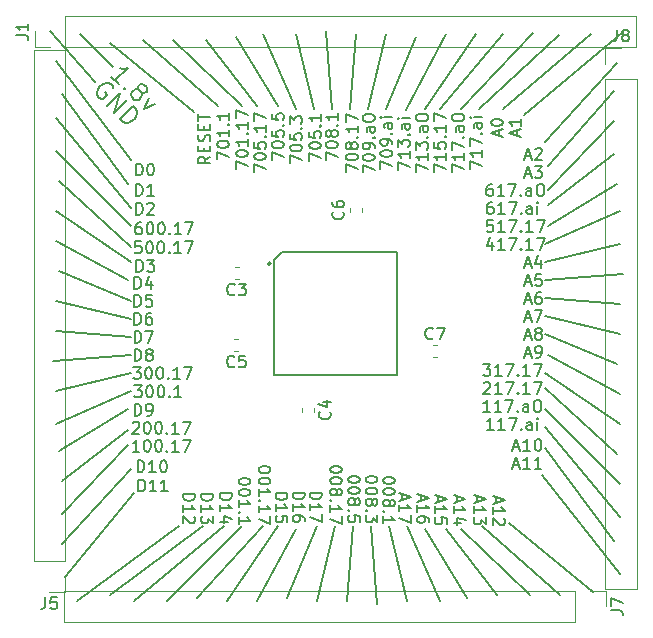
<source format=gto>
G04 #@! TF.GenerationSoftware,KiCad,Pcbnew,5.0.2-bee76a0~70~ubuntu14.04.1*
G04 #@! TF.CreationDate,2018-12-14T18:36:52-07:00*
G04 #@! TF.ProjectId,breakout,62726561-6b6f-4757-942e-6b696361645f,rev?*
G04 #@! TF.SameCoordinates,Original*
G04 #@! TF.FileFunction,Legend,Top*
G04 #@! TF.FilePolarity,Positive*
%FSLAX46Y46*%
G04 Gerber Fmt 4.6, Leading zero omitted, Abs format (unit mm)*
G04 Created by KiCad (PCBNEW 5.0.2-bee76a0~70~ubuntu14.04.1) date Fri 14 Dec 2018 06:36:52 PM MST*
%MOMM*%
%LPD*%
G01*
G04 APERTURE LIST*
%ADD10C,0.200000*%
%ADD11C,0.150000*%
%ADD12C,0.120000*%
G04 APERTURE END LIST*
D10*
X105156000Y-66294000D02*
X108966000Y-70612000D01*
X107696000Y-66548000D02*
X110490000Y-69342000D01*
X110466208Y-71051547D02*
X110415700Y-70900024D01*
X110264177Y-70748502D01*
X110062147Y-70647486D01*
X109860116Y-70647486D01*
X109708593Y-70697994D01*
X109456055Y-70849517D01*
X109304532Y-71001040D01*
X109153009Y-71253578D01*
X109102502Y-71405101D01*
X109102502Y-71607131D01*
X109203517Y-71809162D01*
X109304532Y-71910177D01*
X109506563Y-72011192D01*
X109607578Y-72011192D01*
X109961131Y-71657639D01*
X109759101Y-71455608D01*
X109961131Y-72566776D02*
X111021791Y-71506116D01*
X110567223Y-73172868D01*
X111627883Y-72112208D01*
X111072299Y-73677944D02*
X112132959Y-72617284D01*
X112385497Y-72869822D01*
X112486513Y-73071852D01*
X112486513Y-73273883D01*
X112436005Y-73425406D01*
X112284482Y-73677944D01*
X112132959Y-73829467D01*
X111880421Y-73980990D01*
X111728898Y-74031497D01*
X111526868Y-74031497D01*
X111324837Y-73930482D01*
X111072299Y-73677944D01*
X110929547Y-70741192D02*
X110323456Y-70135101D01*
X110626502Y-70438147D02*
X111687162Y-69377486D01*
X111434624Y-69427994D01*
X111232593Y-69427994D01*
X111081070Y-69377486D01*
X111485131Y-71094746D02*
X111485131Y-71195761D01*
X111384116Y-71195761D01*
X111384116Y-71094746D01*
X111485131Y-71094746D01*
X111384116Y-71195761D01*
X112646807Y-71246269D02*
X112596299Y-71094746D01*
X112596299Y-70993730D01*
X112646807Y-70842208D01*
X112697314Y-70791700D01*
X112848837Y-70741192D01*
X112949852Y-70741192D01*
X113101375Y-70791700D01*
X113303406Y-70993730D01*
X113353913Y-71145253D01*
X113353913Y-71246269D01*
X113303406Y-71397791D01*
X113252898Y-71448299D01*
X113101375Y-71498807D01*
X113000360Y-71498807D01*
X112848837Y-71448299D01*
X112646807Y-71246269D01*
X112495284Y-71195761D01*
X112394269Y-71195761D01*
X112242746Y-71246269D01*
X112040715Y-71448299D01*
X111990208Y-71599822D01*
X111990208Y-71700837D01*
X112040715Y-71852360D01*
X112242746Y-72054391D01*
X112394269Y-72104898D01*
X112495284Y-72104898D01*
X112646807Y-72054391D01*
X112848837Y-71852360D01*
X112899345Y-71700837D01*
X112899345Y-71599822D01*
X112848837Y-71448299D01*
X113505436Y-71902868D02*
X113050868Y-72862513D01*
X114010513Y-72407944D01*
X111760000Y-79248000D02*
X106172000Y-71628000D01*
X112014000Y-92202000D02*
X105664000Y-91694000D01*
D11*
X112274124Y-88067140D02*
X112274124Y-87067140D01*
X112512220Y-87067140D01*
X112655077Y-87114760D01*
X112750315Y-87209998D01*
X112797934Y-87305236D01*
X112845553Y-87495712D01*
X112845553Y-87638569D01*
X112797934Y-87829045D01*
X112750315Y-87924283D01*
X112655077Y-88019521D01*
X112512220Y-88067140D01*
X112274124Y-88067140D01*
X113702696Y-87400474D02*
X113702696Y-88067140D01*
X113464600Y-87019521D02*
X113226505Y-87733807D01*
X113845553Y-87733807D01*
D10*
X112014000Y-77216000D02*
X105664000Y-68834000D01*
X112014000Y-85852000D02*
X105664000Y-81534000D01*
D11*
X112822599Y-82462120D02*
X112632122Y-82462120D01*
X112536884Y-82509740D01*
X112489265Y-82557359D01*
X112394027Y-82700216D01*
X112346408Y-82890692D01*
X112346408Y-83271644D01*
X112394027Y-83366882D01*
X112441646Y-83414501D01*
X112536884Y-83462120D01*
X112727360Y-83462120D01*
X112822599Y-83414501D01*
X112870218Y-83366882D01*
X112917837Y-83271644D01*
X112917837Y-83033549D01*
X112870218Y-82938311D01*
X112822599Y-82890692D01*
X112727360Y-82843073D01*
X112536884Y-82843073D01*
X112441646Y-82890692D01*
X112394027Y-82938311D01*
X112346408Y-83033549D01*
X113536884Y-82462120D02*
X113632122Y-82462120D01*
X113727360Y-82509740D01*
X113774980Y-82557359D01*
X113822599Y-82652597D01*
X113870218Y-82843073D01*
X113870218Y-83081168D01*
X113822599Y-83271644D01*
X113774980Y-83366882D01*
X113727360Y-83414501D01*
X113632122Y-83462120D01*
X113536884Y-83462120D01*
X113441646Y-83414501D01*
X113394027Y-83366882D01*
X113346408Y-83271644D01*
X113298789Y-83081168D01*
X113298789Y-82843073D01*
X113346408Y-82652597D01*
X113394027Y-82557359D01*
X113441646Y-82509740D01*
X113536884Y-82462120D01*
X114489265Y-82462120D02*
X114584503Y-82462120D01*
X114679741Y-82509740D01*
X114727360Y-82557359D01*
X114774980Y-82652597D01*
X114822599Y-82843073D01*
X114822599Y-83081168D01*
X114774980Y-83271644D01*
X114727360Y-83366882D01*
X114679741Y-83414501D01*
X114584503Y-83462120D01*
X114489265Y-83462120D01*
X114394027Y-83414501D01*
X114346408Y-83366882D01*
X114298789Y-83271644D01*
X114251170Y-83081168D01*
X114251170Y-82843073D01*
X114298789Y-82652597D01*
X114346408Y-82557359D01*
X114394027Y-82509740D01*
X114489265Y-82462120D01*
X115251170Y-83366882D02*
X115298789Y-83414501D01*
X115251170Y-83462120D01*
X115203551Y-83414501D01*
X115251170Y-83366882D01*
X115251170Y-83462120D01*
X116251170Y-83462120D02*
X115679741Y-83462120D01*
X115965456Y-83462120D02*
X115965456Y-82462120D01*
X115870218Y-82604978D01*
X115774980Y-82700216D01*
X115679741Y-82747835D01*
X116584503Y-82462120D02*
X117251170Y-82462120D01*
X116822599Y-83462120D01*
D10*
X112268000Y-105410000D02*
X106426000Y-112522000D01*
X112014000Y-81280000D02*
X105664000Y-73660000D01*
D11*
X112279204Y-94173300D02*
X112279204Y-93173300D01*
X112517300Y-93173300D01*
X112660157Y-93220920D01*
X112755395Y-93316158D01*
X112803014Y-93411396D01*
X112850633Y-93601872D01*
X112850633Y-93744729D01*
X112803014Y-93935205D01*
X112755395Y-94030443D01*
X112660157Y-94125681D01*
X112517300Y-94173300D01*
X112279204Y-94173300D01*
X113422061Y-93601872D02*
X113326823Y-93554253D01*
X113279204Y-93506634D01*
X113231585Y-93411396D01*
X113231585Y-93363777D01*
X113279204Y-93268539D01*
X113326823Y-93220920D01*
X113422061Y-93173300D01*
X113612538Y-93173300D01*
X113707776Y-93220920D01*
X113755395Y-93268539D01*
X113803014Y-93363777D01*
X113803014Y-93411396D01*
X113755395Y-93506634D01*
X113707776Y-93554253D01*
X113612538Y-93601872D01*
X113422061Y-93601872D01*
X113326823Y-93649491D01*
X113279204Y-93697110D01*
X113231585Y-93792348D01*
X113231585Y-93982824D01*
X113279204Y-94078062D01*
X113326823Y-94125681D01*
X113422061Y-94173300D01*
X113612538Y-94173300D01*
X113707776Y-94125681D01*
X113755395Y-94078062D01*
X113803014Y-93982824D01*
X113803014Y-93792348D01*
X113755395Y-93697110D01*
X113707776Y-93649491D01*
X113612538Y-93601872D01*
D10*
X112014000Y-89154000D02*
X105918000Y-86614000D01*
D11*
X112398584Y-80210920D02*
X112398584Y-79210920D01*
X112636680Y-79210920D01*
X112779537Y-79258540D01*
X112874775Y-79353778D01*
X112922394Y-79449016D01*
X112970013Y-79639492D01*
X112970013Y-79782349D01*
X112922394Y-79972825D01*
X112874775Y-80068063D01*
X112779537Y-80163301D01*
X112636680Y-80210920D01*
X112398584Y-80210920D01*
X113922394Y-80210920D02*
X113350965Y-80210920D01*
X113636680Y-80210920D02*
X113636680Y-79210920D01*
X113541441Y-79353778D01*
X113446203Y-79449016D01*
X113350965Y-79496635D01*
X112274124Y-89591140D02*
X112274124Y-88591140D01*
X112512220Y-88591140D01*
X112655077Y-88638760D01*
X112750315Y-88733998D01*
X112797934Y-88829236D01*
X112845553Y-89019712D01*
X112845553Y-89162569D01*
X112797934Y-89353045D01*
X112750315Y-89448283D01*
X112655077Y-89543521D01*
X112512220Y-89591140D01*
X112274124Y-89591140D01*
X113750315Y-88591140D02*
X113274124Y-88591140D01*
X113226505Y-89067331D01*
X113274124Y-89019712D01*
X113369362Y-88972093D01*
X113607458Y-88972093D01*
X113702696Y-89019712D01*
X113750315Y-89067331D01*
X113797934Y-89162569D01*
X113797934Y-89400664D01*
X113750315Y-89495902D01*
X113702696Y-89543521D01*
X113607458Y-89591140D01*
X113369362Y-89591140D01*
X113274124Y-89543521D01*
X113226505Y-89495902D01*
D10*
X112014000Y-95250000D02*
X105664000Y-96774000D01*
X112014000Y-82804000D02*
X105664000Y-76454000D01*
D11*
X112829578Y-84062320D02*
X112353387Y-84062320D01*
X112305768Y-84538511D01*
X112353387Y-84490892D01*
X112448625Y-84443273D01*
X112686720Y-84443273D01*
X112781959Y-84490892D01*
X112829578Y-84538511D01*
X112877197Y-84633749D01*
X112877197Y-84871844D01*
X112829578Y-84967082D01*
X112781959Y-85014701D01*
X112686720Y-85062320D01*
X112448625Y-85062320D01*
X112353387Y-85014701D01*
X112305768Y-84967082D01*
X113496244Y-84062320D02*
X113591482Y-84062320D01*
X113686720Y-84109940D01*
X113734340Y-84157559D01*
X113781959Y-84252797D01*
X113829578Y-84443273D01*
X113829578Y-84681368D01*
X113781959Y-84871844D01*
X113734340Y-84967082D01*
X113686720Y-85014701D01*
X113591482Y-85062320D01*
X113496244Y-85062320D01*
X113401006Y-85014701D01*
X113353387Y-84967082D01*
X113305768Y-84871844D01*
X113258149Y-84681368D01*
X113258149Y-84443273D01*
X113305768Y-84252797D01*
X113353387Y-84157559D01*
X113401006Y-84109940D01*
X113496244Y-84062320D01*
X114448625Y-84062320D02*
X114543863Y-84062320D01*
X114639101Y-84109940D01*
X114686720Y-84157559D01*
X114734340Y-84252797D01*
X114781959Y-84443273D01*
X114781959Y-84681368D01*
X114734340Y-84871844D01*
X114686720Y-84967082D01*
X114639101Y-85014701D01*
X114543863Y-85062320D01*
X114448625Y-85062320D01*
X114353387Y-85014701D01*
X114305768Y-84967082D01*
X114258149Y-84871844D01*
X114210530Y-84681368D01*
X114210530Y-84443273D01*
X114258149Y-84252797D01*
X114305768Y-84157559D01*
X114353387Y-84109940D01*
X114448625Y-84062320D01*
X115210530Y-84967082D02*
X115258149Y-85014701D01*
X115210530Y-85062320D01*
X115162911Y-85014701D01*
X115210530Y-84967082D01*
X115210530Y-85062320D01*
X116210530Y-85062320D02*
X115639101Y-85062320D01*
X115924816Y-85062320D02*
X115924816Y-84062320D01*
X115829578Y-84205178D01*
X115734340Y-84300416D01*
X115639101Y-84348035D01*
X116543863Y-84062320D02*
X117210530Y-84062320D01*
X116781959Y-85062320D01*
X112115268Y-99445819D02*
X112162887Y-99398200D01*
X112258125Y-99350580D01*
X112496220Y-99350580D01*
X112591459Y-99398200D01*
X112639078Y-99445819D01*
X112686697Y-99541057D01*
X112686697Y-99636295D01*
X112639078Y-99779152D01*
X112067649Y-100350580D01*
X112686697Y-100350580D01*
X113305744Y-99350580D02*
X113400982Y-99350580D01*
X113496220Y-99398200D01*
X113543840Y-99445819D01*
X113591459Y-99541057D01*
X113639078Y-99731533D01*
X113639078Y-99969628D01*
X113591459Y-100160104D01*
X113543840Y-100255342D01*
X113496220Y-100302961D01*
X113400982Y-100350580D01*
X113305744Y-100350580D01*
X113210506Y-100302961D01*
X113162887Y-100255342D01*
X113115268Y-100160104D01*
X113067649Y-99969628D01*
X113067649Y-99731533D01*
X113115268Y-99541057D01*
X113162887Y-99445819D01*
X113210506Y-99398200D01*
X113305744Y-99350580D01*
X114258125Y-99350580D02*
X114353363Y-99350580D01*
X114448601Y-99398200D01*
X114496220Y-99445819D01*
X114543840Y-99541057D01*
X114591459Y-99731533D01*
X114591459Y-99969628D01*
X114543840Y-100160104D01*
X114496220Y-100255342D01*
X114448601Y-100302961D01*
X114353363Y-100350580D01*
X114258125Y-100350580D01*
X114162887Y-100302961D01*
X114115268Y-100255342D01*
X114067649Y-100160104D01*
X114020030Y-99969628D01*
X114020030Y-99731533D01*
X114067649Y-99541057D01*
X114115268Y-99445819D01*
X114162887Y-99398200D01*
X114258125Y-99350580D01*
X115020030Y-100255342D02*
X115067649Y-100302961D01*
X115020030Y-100350580D01*
X114972411Y-100302961D01*
X115020030Y-100255342D01*
X115020030Y-100350580D01*
X116020030Y-100350580D02*
X115448601Y-100350580D01*
X115734316Y-100350580D02*
X115734316Y-99350580D01*
X115639078Y-99493438D01*
X115543840Y-99588676D01*
X115448601Y-99636295D01*
X116353363Y-99350580D02*
X117020030Y-99350580D01*
X116591459Y-100350580D01*
D10*
X111760000Y-100076000D02*
X106172000Y-104394000D01*
X111760000Y-98298000D02*
X105918000Y-101854000D01*
D11*
X112279204Y-92636600D02*
X112279204Y-91636600D01*
X112517300Y-91636600D01*
X112660157Y-91684220D01*
X112755395Y-91779458D01*
X112803014Y-91874696D01*
X112850633Y-92065172D01*
X112850633Y-92208029D01*
X112803014Y-92398505D01*
X112755395Y-92493743D01*
X112660157Y-92588981D01*
X112517300Y-92636600D01*
X112279204Y-92636600D01*
X113183966Y-91636600D02*
X113850633Y-91636600D01*
X113422061Y-92636600D01*
X112272060Y-96261940D02*
X112891107Y-96261940D01*
X112557774Y-96642893D01*
X112700631Y-96642893D01*
X112795869Y-96690512D01*
X112843488Y-96738131D01*
X112891107Y-96833369D01*
X112891107Y-97071464D01*
X112843488Y-97166702D01*
X112795869Y-97214321D01*
X112700631Y-97261940D01*
X112414917Y-97261940D01*
X112319679Y-97214321D01*
X112272060Y-97166702D01*
X113510155Y-96261940D02*
X113605393Y-96261940D01*
X113700631Y-96309560D01*
X113748250Y-96357179D01*
X113795869Y-96452417D01*
X113843488Y-96642893D01*
X113843488Y-96880988D01*
X113795869Y-97071464D01*
X113748250Y-97166702D01*
X113700631Y-97214321D01*
X113605393Y-97261940D01*
X113510155Y-97261940D01*
X113414917Y-97214321D01*
X113367298Y-97166702D01*
X113319679Y-97071464D01*
X113272060Y-96880988D01*
X113272060Y-96642893D01*
X113319679Y-96452417D01*
X113367298Y-96357179D01*
X113414917Y-96309560D01*
X113510155Y-96261940D01*
X114462536Y-96261940D02*
X114557774Y-96261940D01*
X114653012Y-96309560D01*
X114700631Y-96357179D01*
X114748250Y-96452417D01*
X114795869Y-96642893D01*
X114795869Y-96880988D01*
X114748250Y-97071464D01*
X114700631Y-97166702D01*
X114653012Y-97214321D01*
X114557774Y-97261940D01*
X114462536Y-97261940D01*
X114367298Y-97214321D01*
X114319679Y-97166702D01*
X114272060Y-97071464D01*
X114224440Y-96880988D01*
X114224440Y-96642893D01*
X114272060Y-96452417D01*
X114319679Y-96357179D01*
X114367298Y-96309560D01*
X114462536Y-96261940D01*
X115224440Y-97166702D02*
X115272060Y-97214321D01*
X115224440Y-97261940D01*
X115176821Y-97214321D01*
X115224440Y-97166702D01*
X115224440Y-97261940D01*
X116224440Y-97261940D02*
X115653012Y-97261940D01*
X115938726Y-97261940D02*
X115938726Y-96261940D01*
X115843488Y-96404798D01*
X115748250Y-96500036D01*
X115653012Y-96547655D01*
D10*
X112014000Y-103378000D02*
X106172000Y-109728000D01*
D11*
X112534534Y-103604320D02*
X112534534Y-102604320D01*
X112772629Y-102604320D01*
X112915486Y-102651940D01*
X113010724Y-102747178D01*
X113058343Y-102842416D01*
X113105962Y-103032892D01*
X113105962Y-103175749D01*
X113058343Y-103366225D01*
X113010724Y-103461463D01*
X112915486Y-103556701D01*
X112772629Y-103604320D01*
X112534534Y-103604320D01*
X114058343Y-103604320D02*
X113486915Y-103604320D01*
X113772629Y-103604320D02*
X113772629Y-102604320D01*
X113677391Y-102747178D01*
X113582153Y-102842416D01*
X113486915Y-102890035D01*
X114677391Y-102604320D02*
X114772629Y-102604320D01*
X114867867Y-102651940D01*
X114915486Y-102699559D01*
X114963105Y-102794797D01*
X115010724Y-102985273D01*
X115010724Y-103223368D01*
X114963105Y-103413844D01*
X114915486Y-103509082D01*
X114867867Y-103556701D01*
X114772629Y-103604320D01*
X114677391Y-103604320D01*
X114582153Y-103556701D01*
X114534534Y-103509082D01*
X114486915Y-103413844D01*
X114439296Y-103223368D01*
X114439296Y-102985273D01*
X114486915Y-102794797D01*
X114534534Y-102699559D01*
X114582153Y-102651940D01*
X114677391Y-102604320D01*
X112684157Y-101874580D02*
X112112728Y-101874580D01*
X112398442Y-101874580D02*
X112398442Y-100874580D01*
X112303204Y-101017438D01*
X112207966Y-101112676D01*
X112112728Y-101160295D01*
X113303204Y-100874580D02*
X113398442Y-100874580D01*
X113493680Y-100922200D01*
X113541300Y-100969819D01*
X113588919Y-101065057D01*
X113636538Y-101255533D01*
X113636538Y-101493628D01*
X113588919Y-101684104D01*
X113541300Y-101779342D01*
X113493680Y-101826961D01*
X113398442Y-101874580D01*
X113303204Y-101874580D01*
X113207966Y-101826961D01*
X113160347Y-101779342D01*
X113112728Y-101684104D01*
X113065109Y-101493628D01*
X113065109Y-101255533D01*
X113112728Y-101065057D01*
X113160347Y-100969819D01*
X113207966Y-100922200D01*
X113303204Y-100874580D01*
X114255585Y-100874580D02*
X114350823Y-100874580D01*
X114446061Y-100922200D01*
X114493680Y-100969819D01*
X114541300Y-101065057D01*
X114588919Y-101255533D01*
X114588919Y-101493628D01*
X114541300Y-101684104D01*
X114493680Y-101779342D01*
X114446061Y-101826961D01*
X114350823Y-101874580D01*
X114255585Y-101874580D01*
X114160347Y-101826961D01*
X114112728Y-101779342D01*
X114065109Y-101684104D01*
X114017490Y-101493628D01*
X114017490Y-101255533D01*
X114065109Y-101065057D01*
X114112728Y-100969819D01*
X114160347Y-100922200D01*
X114255585Y-100874580D01*
X115017490Y-101779342D02*
X115065109Y-101826961D01*
X115017490Y-101874580D01*
X114969871Y-101826961D01*
X115017490Y-101779342D01*
X115017490Y-101874580D01*
X116017490Y-101874580D02*
X115446061Y-101874580D01*
X115731776Y-101874580D02*
X115731776Y-100874580D01*
X115636538Y-101017438D01*
X115541300Y-101112676D01*
X115446061Y-101160295D01*
X116350823Y-100874580D02*
X117017490Y-100874580D01*
X116588919Y-101874580D01*
D10*
X112014000Y-96774000D02*
X105664000Y-99568000D01*
X112014000Y-84582000D02*
X105918000Y-78994000D01*
X112014000Y-93726000D02*
X105410000Y-94234000D01*
X111760000Y-101346000D02*
X106172000Y-107188000D01*
D11*
X112605654Y-105232460D02*
X112605654Y-104232460D01*
X112843749Y-104232460D01*
X112986606Y-104280080D01*
X113081844Y-104375318D01*
X113129463Y-104470556D01*
X113177082Y-104661032D01*
X113177082Y-104803889D01*
X113129463Y-104994365D01*
X113081844Y-105089603D01*
X112986606Y-105184841D01*
X112843749Y-105232460D01*
X112605654Y-105232460D01*
X114129463Y-105232460D02*
X113558035Y-105232460D01*
X113843749Y-105232460D02*
X113843749Y-104232460D01*
X113748511Y-104375318D01*
X113653273Y-104470556D01*
X113558035Y-104518175D01*
X115081844Y-105232460D02*
X114510416Y-105232460D01*
X114796130Y-105232460D02*
X114796130Y-104232460D01*
X114700892Y-104375318D01*
X114605654Y-104470556D01*
X114510416Y-104518175D01*
D10*
X111760000Y-87376000D02*
X105664000Y-84074000D01*
D11*
X112279204Y-98824040D02*
X112279204Y-97824040D01*
X112517300Y-97824040D01*
X112660157Y-97871660D01*
X112755395Y-97966898D01*
X112803014Y-98062136D01*
X112850633Y-98252612D01*
X112850633Y-98395469D01*
X112803014Y-98585945D01*
X112755395Y-98681183D01*
X112660157Y-98776421D01*
X112517300Y-98824040D01*
X112279204Y-98824040D01*
X113326823Y-98824040D02*
X113517300Y-98824040D01*
X113612538Y-98776421D01*
X113660157Y-98728802D01*
X113755395Y-98585945D01*
X113803014Y-98395469D01*
X113803014Y-98014517D01*
X113755395Y-97919279D01*
X113707776Y-97871660D01*
X113612538Y-97824040D01*
X113422061Y-97824040D01*
X113326823Y-97871660D01*
X113279204Y-97919279D01*
X113231585Y-98014517D01*
X113231585Y-98252612D01*
X113279204Y-98347850D01*
X113326823Y-98395469D01*
X113422061Y-98443088D01*
X113612538Y-98443088D01*
X113707776Y-98395469D01*
X113755395Y-98347850D01*
X113803014Y-98252612D01*
X112398584Y-78481180D02*
X112398584Y-77481180D01*
X112636680Y-77481180D01*
X112779537Y-77528800D01*
X112874775Y-77624038D01*
X112922394Y-77719276D01*
X112970013Y-77909752D01*
X112970013Y-78052609D01*
X112922394Y-78243085D01*
X112874775Y-78338323D01*
X112779537Y-78433561D01*
X112636680Y-78481180D01*
X112398584Y-78481180D01*
X113589060Y-77481180D02*
X113684299Y-77481180D01*
X113779537Y-77528800D01*
X113827156Y-77576419D01*
X113874775Y-77671657D01*
X113922394Y-77862133D01*
X113922394Y-78100228D01*
X113874775Y-78290704D01*
X113827156Y-78385942D01*
X113779537Y-78433561D01*
X113684299Y-78481180D01*
X113589060Y-78481180D01*
X113493822Y-78433561D01*
X113446203Y-78385942D01*
X113398584Y-78290704D01*
X113350965Y-78100228D01*
X113350965Y-77862133D01*
X113398584Y-77671657D01*
X113446203Y-77576419D01*
X113493822Y-77528800D01*
X113589060Y-77481180D01*
D10*
X112014000Y-90678000D02*
X105664000Y-89154000D01*
D11*
X112274124Y-91112600D02*
X112274124Y-90112600D01*
X112512220Y-90112600D01*
X112655077Y-90160220D01*
X112750315Y-90255458D01*
X112797934Y-90350696D01*
X112845553Y-90541172D01*
X112845553Y-90684029D01*
X112797934Y-90874505D01*
X112750315Y-90969743D01*
X112655077Y-91064981D01*
X112512220Y-91112600D01*
X112274124Y-91112600D01*
X113702696Y-90112600D02*
X113512220Y-90112600D01*
X113416981Y-90160220D01*
X113369362Y-90207839D01*
X113274124Y-90350696D01*
X113226505Y-90541172D01*
X113226505Y-90922124D01*
X113274124Y-91017362D01*
X113321743Y-91064981D01*
X113416981Y-91112600D01*
X113607458Y-91112600D01*
X113702696Y-91064981D01*
X113750315Y-91017362D01*
X113797934Y-90922124D01*
X113797934Y-90684029D01*
X113750315Y-90588791D01*
X113702696Y-90541172D01*
X113607458Y-90493553D01*
X113416981Y-90493553D01*
X113321743Y-90541172D01*
X113274124Y-90588791D01*
X113226505Y-90684029D01*
X112398584Y-81798420D02*
X112398584Y-80798420D01*
X112636680Y-80798420D01*
X112779537Y-80846040D01*
X112874775Y-80941278D01*
X112922394Y-81036516D01*
X112970013Y-81226992D01*
X112970013Y-81369849D01*
X112922394Y-81560325D01*
X112874775Y-81655563D01*
X112779537Y-81750801D01*
X112636680Y-81798420D01*
X112398584Y-81798420D01*
X113350965Y-80893659D02*
X113398584Y-80846040D01*
X113493822Y-80798420D01*
X113731918Y-80798420D01*
X113827156Y-80846040D01*
X113874775Y-80893659D01*
X113922394Y-80988897D01*
X113922394Y-81084135D01*
X113874775Y-81226992D01*
X113303346Y-81798420D01*
X113922394Y-81798420D01*
X112434144Y-86626960D02*
X112434144Y-85626960D01*
X112672240Y-85626960D01*
X112815097Y-85674580D01*
X112910335Y-85769818D01*
X112957954Y-85865056D01*
X113005573Y-86055532D01*
X113005573Y-86198389D01*
X112957954Y-86388865D01*
X112910335Y-86484103D01*
X112815097Y-86579341D01*
X112672240Y-86626960D01*
X112434144Y-86626960D01*
X113338906Y-85626960D02*
X113957954Y-85626960D01*
X113624620Y-86007913D01*
X113767478Y-86007913D01*
X113862716Y-86055532D01*
X113910335Y-86103151D01*
X113957954Y-86198389D01*
X113957954Y-86436484D01*
X113910335Y-86531722D01*
X113862716Y-86579341D01*
X113767478Y-86626960D01*
X113481763Y-86626960D01*
X113386525Y-86579341D01*
X113338906Y-86531722D01*
X112181949Y-94704920D02*
X112800997Y-94704920D01*
X112467663Y-95085873D01*
X112610520Y-95085873D01*
X112705759Y-95133492D01*
X112753378Y-95181111D01*
X112800997Y-95276349D01*
X112800997Y-95514444D01*
X112753378Y-95609682D01*
X112705759Y-95657301D01*
X112610520Y-95704920D01*
X112324806Y-95704920D01*
X112229568Y-95657301D01*
X112181949Y-95609682D01*
X113420044Y-94704920D02*
X113515282Y-94704920D01*
X113610520Y-94752540D01*
X113658140Y-94800159D01*
X113705759Y-94895397D01*
X113753378Y-95085873D01*
X113753378Y-95323968D01*
X113705759Y-95514444D01*
X113658140Y-95609682D01*
X113610520Y-95657301D01*
X113515282Y-95704920D01*
X113420044Y-95704920D01*
X113324806Y-95657301D01*
X113277187Y-95609682D01*
X113229568Y-95514444D01*
X113181949Y-95323968D01*
X113181949Y-95085873D01*
X113229568Y-94895397D01*
X113277187Y-94800159D01*
X113324806Y-94752540D01*
X113420044Y-94704920D01*
X114372425Y-94704920D02*
X114467663Y-94704920D01*
X114562901Y-94752540D01*
X114610520Y-94800159D01*
X114658140Y-94895397D01*
X114705759Y-95085873D01*
X114705759Y-95323968D01*
X114658140Y-95514444D01*
X114610520Y-95609682D01*
X114562901Y-95657301D01*
X114467663Y-95704920D01*
X114372425Y-95704920D01*
X114277187Y-95657301D01*
X114229568Y-95609682D01*
X114181949Y-95514444D01*
X114134330Y-95323968D01*
X114134330Y-95085873D01*
X114181949Y-94895397D01*
X114229568Y-94800159D01*
X114277187Y-94752540D01*
X114372425Y-94704920D01*
X115134330Y-95609682D02*
X115181949Y-95657301D01*
X115134330Y-95704920D01*
X115086711Y-95657301D01*
X115134330Y-95609682D01*
X115134330Y-95704920D01*
X116134330Y-95704920D02*
X115562901Y-95704920D01*
X115848616Y-95704920D02*
X115848616Y-94704920D01*
X115753378Y-94847778D01*
X115658140Y-94943016D01*
X115562901Y-94990635D01*
X116467663Y-94704920D02*
X117134330Y-94704920D01*
X116705759Y-95704920D01*
D10*
X118110000Y-108204000D02*
X110236000Y-114046000D01*
X130810000Y-108204000D02*
X130302000Y-114554000D01*
D11*
X125668779Y-105338714D02*
X126668779Y-105338714D01*
X126668779Y-105576809D01*
X126621160Y-105719666D01*
X126525921Y-105814904D01*
X126430683Y-105862523D01*
X126240207Y-105910142D01*
X126097350Y-105910142D01*
X125906874Y-105862523D01*
X125811636Y-105814904D01*
X125716398Y-105719666D01*
X125668779Y-105576809D01*
X125668779Y-105338714D01*
X125668779Y-106862523D02*
X125668779Y-106291095D01*
X125668779Y-106576809D02*
X126668779Y-106576809D01*
X126525921Y-106481571D01*
X126430683Y-106386333D01*
X126383064Y-106291095D01*
X126668779Y-107719666D02*
X126668779Y-107529190D01*
X126621160Y-107433952D01*
X126573540Y-107386333D01*
X126430683Y-107291095D01*
X126240207Y-107243476D01*
X125859255Y-107243476D01*
X125764017Y-107291095D01*
X125716398Y-107338714D01*
X125668779Y-107433952D01*
X125668779Y-107624428D01*
X125716398Y-107719666D01*
X125764017Y-107767285D01*
X125859255Y-107814904D01*
X126097350Y-107814904D01*
X126192588Y-107767285D01*
X126240207Y-107719666D01*
X126287826Y-107624428D01*
X126287826Y-107433952D01*
X126240207Y-107338714D01*
X126192588Y-107291095D01*
X126097350Y-107243476D01*
D10*
X116078000Y-108204000D02*
X107442000Y-114554000D01*
X124460000Y-108204000D02*
X120142000Y-114554000D01*
D11*
X122089159Y-104333254D02*
X122089159Y-104428492D01*
X122041540Y-104523730D01*
X121993920Y-104571349D01*
X121898682Y-104618968D01*
X121708206Y-104666587D01*
X121470111Y-104666587D01*
X121279635Y-104618968D01*
X121184397Y-104571349D01*
X121136778Y-104523730D01*
X121089159Y-104428492D01*
X121089159Y-104333254D01*
X121136778Y-104238016D01*
X121184397Y-104190397D01*
X121279635Y-104142778D01*
X121470111Y-104095159D01*
X121708206Y-104095159D01*
X121898682Y-104142778D01*
X121993920Y-104190397D01*
X122041540Y-104238016D01*
X122089159Y-104333254D01*
X122089159Y-105285635D02*
X122089159Y-105380873D01*
X122041540Y-105476111D01*
X121993920Y-105523730D01*
X121898682Y-105571349D01*
X121708206Y-105618968D01*
X121470111Y-105618968D01*
X121279635Y-105571349D01*
X121184397Y-105523730D01*
X121136778Y-105476111D01*
X121089159Y-105380873D01*
X121089159Y-105285635D01*
X121136778Y-105190397D01*
X121184397Y-105142778D01*
X121279635Y-105095159D01*
X121470111Y-105047540D01*
X121708206Y-105047540D01*
X121898682Y-105095159D01*
X121993920Y-105142778D01*
X122041540Y-105190397D01*
X122089159Y-105285635D01*
X121089159Y-106571349D02*
X121089159Y-105999920D01*
X121089159Y-106285635D02*
X122089159Y-106285635D01*
X121946301Y-106190397D01*
X121851063Y-106095159D01*
X121803444Y-105999920D01*
X121184397Y-106999920D02*
X121136778Y-107047540D01*
X121089159Y-106999920D01*
X121136778Y-106952301D01*
X121184397Y-106999920D01*
X121089159Y-106999920D01*
X121089159Y-107999920D02*
X121089159Y-107428492D01*
X121089159Y-107714206D02*
X122089159Y-107714206D01*
X121946301Y-107618968D01*
X121851063Y-107523730D01*
X121803444Y-107428492D01*
D10*
X144018000Y-107950000D02*
X151130000Y-113792000D01*
X119888000Y-108204000D02*
X112268000Y-114554000D01*
D11*
X132835899Y-104193554D02*
X132835899Y-104288792D01*
X132788280Y-104384030D01*
X132740660Y-104431649D01*
X132645422Y-104479268D01*
X132454946Y-104526887D01*
X132216851Y-104526887D01*
X132026375Y-104479268D01*
X131931137Y-104431649D01*
X131883518Y-104384030D01*
X131835899Y-104288792D01*
X131835899Y-104193554D01*
X131883518Y-104098316D01*
X131931137Y-104050697D01*
X132026375Y-104003078D01*
X132216851Y-103955459D01*
X132454946Y-103955459D01*
X132645422Y-104003078D01*
X132740660Y-104050697D01*
X132788280Y-104098316D01*
X132835899Y-104193554D01*
X132835899Y-105145935D02*
X132835899Y-105241173D01*
X132788280Y-105336411D01*
X132740660Y-105384030D01*
X132645422Y-105431649D01*
X132454946Y-105479268D01*
X132216851Y-105479268D01*
X132026375Y-105431649D01*
X131931137Y-105384030D01*
X131883518Y-105336411D01*
X131835899Y-105241173D01*
X131835899Y-105145935D01*
X131883518Y-105050697D01*
X131931137Y-105003078D01*
X132026375Y-104955459D01*
X132216851Y-104907840D01*
X132454946Y-104907840D01*
X132645422Y-104955459D01*
X132740660Y-105003078D01*
X132788280Y-105050697D01*
X132835899Y-105145935D01*
X132407327Y-106050697D02*
X132454946Y-105955459D01*
X132502565Y-105907840D01*
X132597803Y-105860220D01*
X132645422Y-105860220D01*
X132740660Y-105907840D01*
X132788280Y-105955459D01*
X132835899Y-106050697D01*
X132835899Y-106241173D01*
X132788280Y-106336411D01*
X132740660Y-106384030D01*
X132645422Y-106431649D01*
X132597803Y-106431649D01*
X132502565Y-106384030D01*
X132454946Y-106336411D01*
X132407327Y-106241173D01*
X132407327Y-106050697D01*
X132359708Y-105955459D01*
X132312089Y-105907840D01*
X132216851Y-105860220D01*
X132026375Y-105860220D01*
X131931137Y-105907840D01*
X131883518Y-105955459D01*
X131835899Y-106050697D01*
X131835899Y-106241173D01*
X131883518Y-106336411D01*
X131931137Y-106384030D01*
X132026375Y-106431649D01*
X132216851Y-106431649D01*
X132312089Y-106384030D01*
X132359708Y-106336411D01*
X132407327Y-106241173D01*
X131931137Y-106860220D02*
X131883518Y-106907840D01*
X131835899Y-106860220D01*
X131883518Y-106812601D01*
X131931137Y-106860220D01*
X131835899Y-106860220D01*
X132835899Y-107241173D02*
X132835899Y-107860220D01*
X132454946Y-107526887D01*
X132454946Y-107669744D01*
X132407327Y-107764982D01*
X132359708Y-107812601D01*
X132264470Y-107860220D01*
X132026375Y-107860220D01*
X131931137Y-107812601D01*
X131883518Y-107764982D01*
X131835899Y-107669744D01*
X131835899Y-107384030D01*
X131883518Y-107288792D01*
X131931137Y-107241173D01*
D10*
X127762000Y-108204000D02*
X125222000Y-114300000D01*
D11*
X117911619Y-105465714D02*
X118911619Y-105465714D01*
X118911619Y-105703809D01*
X118864000Y-105846666D01*
X118768761Y-105941904D01*
X118673523Y-105989523D01*
X118483047Y-106037142D01*
X118340190Y-106037142D01*
X118149714Y-105989523D01*
X118054476Y-105941904D01*
X117959238Y-105846666D01*
X117911619Y-105703809D01*
X117911619Y-105465714D01*
X117911619Y-106989523D02*
X117911619Y-106418095D01*
X117911619Y-106703809D02*
X118911619Y-106703809D01*
X118768761Y-106608571D01*
X118673523Y-106513333D01*
X118625904Y-106418095D01*
X118911619Y-107322857D02*
X118911619Y-107941904D01*
X118530666Y-107608571D01*
X118530666Y-107751428D01*
X118483047Y-107846666D01*
X118435428Y-107894285D01*
X118340190Y-107941904D01*
X118102095Y-107941904D01*
X118006857Y-107894285D01*
X117959238Y-107846666D01*
X117911619Y-107751428D01*
X117911619Y-107465714D01*
X117959238Y-107370476D01*
X118006857Y-107322857D01*
X127119119Y-105326014D02*
X128119119Y-105326014D01*
X128119119Y-105564109D01*
X128071500Y-105706966D01*
X127976261Y-105802204D01*
X127881023Y-105849823D01*
X127690547Y-105897442D01*
X127547690Y-105897442D01*
X127357214Y-105849823D01*
X127261976Y-105802204D01*
X127166738Y-105706966D01*
X127119119Y-105564109D01*
X127119119Y-105326014D01*
X127119119Y-106849823D02*
X127119119Y-106278395D01*
X127119119Y-106564109D02*
X128119119Y-106564109D01*
X127976261Y-106468871D01*
X127881023Y-106373633D01*
X127833404Y-106278395D01*
X128119119Y-107183157D02*
X128119119Y-107849823D01*
X127119119Y-107421252D01*
D10*
X133858000Y-108204000D02*
X135382000Y-114554000D01*
X121412000Y-108204000D02*
X115062000Y-114554000D01*
D11*
X123785879Y-103351603D02*
X123785879Y-103446841D01*
X123738260Y-103542080D01*
X123690640Y-103589699D01*
X123595402Y-103637318D01*
X123404926Y-103684937D01*
X123166831Y-103684937D01*
X122976355Y-103637318D01*
X122881117Y-103589699D01*
X122833498Y-103542080D01*
X122785879Y-103446841D01*
X122785879Y-103351603D01*
X122833498Y-103256365D01*
X122881117Y-103208746D01*
X122976355Y-103161127D01*
X123166831Y-103113508D01*
X123404926Y-103113508D01*
X123595402Y-103161127D01*
X123690640Y-103208746D01*
X123738260Y-103256365D01*
X123785879Y-103351603D01*
X123785879Y-104303984D02*
X123785879Y-104399222D01*
X123738260Y-104494460D01*
X123690640Y-104542080D01*
X123595402Y-104589699D01*
X123404926Y-104637318D01*
X123166831Y-104637318D01*
X122976355Y-104589699D01*
X122881117Y-104542080D01*
X122833498Y-104494460D01*
X122785879Y-104399222D01*
X122785879Y-104303984D01*
X122833498Y-104208746D01*
X122881117Y-104161127D01*
X122976355Y-104113508D01*
X123166831Y-104065889D01*
X123404926Y-104065889D01*
X123595402Y-104113508D01*
X123690640Y-104161127D01*
X123738260Y-104208746D01*
X123785879Y-104303984D01*
X122785879Y-105589699D02*
X122785879Y-105018270D01*
X122785879Y-105303984D02*
X123785879Y-105303984D01*
X123643021Y-105208746D01*
X123547783Y-105113508D01*
X123500164Y-105018270D01*
X122881117Y-106018270D02*
X122833498Y-106065889D01*
X122785879Y-106018270D01*
X122833498Y-105970651D01*
X122881117Y-106018270D01*
X122785879Y-106018270D01*
X122785879Y-107018270D02*
X122785879Y-106446841D01*
X122785879Y-106732556D02*
X123785879Y-106732556D01*
X123643021Y-106637318D01*
X123547783Y-106542080D01*
X123500164Y-106446841D01*
X123785879Y-107351603D02*
X123785879Y-108018270D01*
X122785879Y-107589699D01*
X136510733Y-105527623D02*
X136510733Y-106003814D01*
X136225019Y-105432385D02*
X137225019Y-105765719D01*
X136225019Y-106099052D01*
X136225019Y-106956195D02*
X136225019Y-106384766D01*
X136225019Y-106670480D02*
X137225019Y-106670480D01*
X137082161Y-106575242D01*
X136986923Y-106480004D01*
X136939304Y-106384766D01*
X137225019Y-107813338D02*
X137225019Y-107622861D01*
X137177400Y-107527623D01*
X137129780Y-107480004D01*
X136986923Y-107384766D01*
X136796447Y-107337147D01*
X136415495Y-107337147D01*
X136320257Y-107384766D01*
X136272638Y-107432385D01*
X136225019Y-107527623D01*
X136225019Y-107718100D01*
X136272638Y-107813338D01*
X136320257Y-107860957D01*
X136415495Y-107908576D01*
X136653590Y-107908576D01*
X136748828Y-107860957D01*
X136796447Y-107813338D01*
X136844066Y-107718100D01*
X136844066Y-107527623D01*
X136796447Y-107432385D01*
X136748828Y-107384766D01*
X136653590Y-107337147D01*
D10*
X138684000Y-108458000D02*
X143002000Y-114046000D01*
X136906000Y-108458000D02*
X140462000Y-114300000D01*
D11*
X131365239Y-104165614D02*
X131365239Y-104260852D01*
X131317620Y-104356090D01*
X131270000Y-104403709D01*
X131174762Y-104451328D01*
X130984286Y-104498947D01*
X130746191Y-104498947D01*
X130555715Y-104451328D01*
X130460477Y-104403709D01*
X130412858Y-104356090D01*
X130365239Y-104260852D01*
X130365239Y-104165614D01*
X130412858Y-104070376D01*
X130460477Y-104022757D01*
X130555715Y-103975138D01*
X130746191Y-103927519D01*
X130984286Y-103927519D01*
X131174762Y-103975138D01*
X131270000Y-104022757D01*
X131317620Y-104070376D01*
X131365239Y-104165614D01*
X131365239Y-105117995D02*
X131365239Y-105213233D01*
X131317620Y-105308471D01*
X131270000Y-105356090D01*
X131174762Y-105403709D01*
X130984286Y-105451328D01*
X130746191Y-105451328D01*
X130555715Y-105403709D01*
X130460477Y-105356090D01*
X130412858Y-105308471D01*
X130365239Y-105213233D01*
X130365239Y-105117995D01*
X130412858Y-105022757D01*
X130460477Y-104975138D01*
X130555715Y-104927519D01*
X130746191Y-104879900D01*
X130984286Y-104879900D01*
X131174762Y-104927519D01*
X131270000Y-104975138D01*
X131317620Y-105022757D01*
X131365239Y-105117995D01*
X130936667Y-106022757D02*
X130984286Y-105927519D01*
X131031905Y-105879900D01*
X131127143Y-105832280D01*
X131174762Y-105832280D01*
X131270000Y-105879900D01*
X131317620Y-105927519D01*
X131365239Y-106022757D01*
X131365239Y-106213233D01*
X131317620Y-106308471D01*
X131270000Y-106356090D01*
X131174762Y-106403709D01*
X131127143Y-106403709D01*
X131031905Y-106356090D01*
X130984286Y-106308471D01*
X130936667Y-106213233D01*
X130936667Y-106022757D01*
X130889048Y-105927519D01*
X130841429Y-105879900D01*
X130746191Y-105832280D01*
X130555715Y-105832280D01*
X130460477Y-105879900D01*
X130412858Y-105927519D01*
X130365239Y-106022757D01*
X130365239Y-106213233D01*
X130412858Y-106308471D01*
X130460477Y-106356090D01*
X130555715Y-106403709D01*
X130746191Y-106403709D01*
X130841429Y-106356090D01*
X130889048Y-106308471D01*
X130936667Y-106213233D01*
X130460477Y-106832280D02*
X130412858Y-106879900D01*
X130365239Y-106832280D01*
X130412858Y-106784661D01*
X130460477Y-106832280D01*
X130365239Y-106832280D01*
X131365239Y-107784661D02*
X131365239Y-107308471D01*
X130889048Y-107260852D01*
X130936667Y-107308471D01*
X130984286Y-107403709D01*
X130984286Y-107641804D01*
X130936667Y-107737042D01*
X130889048Y-107784661D01*
X130793810Y-107832280D01*
X130555715Y-107832280D01*
X130460477Y-107784661D01*
X130412858Y-107737042D01*
X130365239Y-107641804D01*
X130365239Y-107403709D01*
X130412858Y-107308471D01*
X130460477Y-107260852D01*
X142908993Y-105710503D02*
X142908993Y-106186694D01*
X142623279Y-105615265D02*
X143623279Y-105948599D01*
X142623279Y-106281932D01*
X142623279Y-107139075D02*
X142623279Y-106567646D01*
X142623279Y-106853360D02*
X143623279Y-106853360D01*
X143480421Y-106758122D01*
X143385183Y-106662884D01*
X143337564Y-106567646D01*
X143528040Y-107520027D02*
X143575660Y-107567646D01*
X143623279Y-107662884D01*
X143623279Y-107900980D01*
X143575660Y-107996218D01*
X143528040Y-108043837D01*
X143432802Y-108091456D01*
X143337564Y-108091456D01*
X143194707Y-108043837D01*
X142623279Y-107472408D01*
X142623279Y-108091456D01*
D10*
X141732000Y-108204000D02*
X148336000Y-114046000D01*
D11*
X139573973Y-105647003D02*
X139573973Y-106123194D01*
X139288259Y-105551765D02*
X140288259Y-105885099D01*
X139288259Y-106218432D01*
X139288259Y-107075575D02*
X139288259Y-106504146D01*
X139288259Y-106789860D02*
X140288259Y-106789860D01*
X140145401Y-106694622D01*
X140050163Y-106599384D01*
X140002544Y-106504146D01*
X139954925Y-107932718D02*
X139288259Y-107932718D01*
X140335878Y-107694622D02*
X139621592Y-107456527D01*
X139621592Y-108075575D01*
X137981393Y-105619063D02*
X137981393Y-106095254D01*
X137695679Y-105523825D02*
X138695679Y-105857159D01*
X137695679Y-106190492D01*
X137695679Y-107047635D02*
X137695679Y-106476206D01*
X137695679Y-106761920D02*
X138695679Y-106761920D01*
X138552821Y-106666682D01*
X138457583Y-106571444D01*
X138409964Y-106476206D01*
X138695679Y-107952397D02*
X138695679Y-107476206D01*
X138219488Y-107428587D01*
X138267107Y-107476206D01*
X138314726Y-107571444D01*
X138314726Y-107809540D01*
X138267107Y-107904778D01*
X138219488Y-107952397D01*
X138124250Y-108000016D01*
X137886155Y-108000016D01*
X137790917Y-107952397D01*
X137743298Y-107904778D01*
X137695679Y-107809540D01*
X137695679Y-107571444D01*
X137743298Y-107476206D01*
X137790917Y-107428587D01*
D10*
X135382000Y-108204000D02*
X138176000Y-114554000D01*
X123190000Y-108204000D02*
X117602000Y-114300000D01*
X132334000Y-108204000D02*
X132842000Y-114808000D01*
X139954000Y-108458000D02*
X145796000Y-114046000D01*
D11*
X141288473Y-105647003D02*
X141288473Y-106123194D01*
X141002759Y-105551765D02*
X142002759Y-105885099D01*
X141002759Y-106218432D01*
X141002759Y-107075575D02*
X141002759Y-106504146D01*
X141002759Y-106789860D02*
X142002759Y-106789860D01*
X141859901Y-106694622D01*
X141764663Y-106599384D01*
X141717044Y-106504146D01*
X142002759Y-107408908D02*
X142002759Y-108027956D01*
X141621806Y-107694622D01*
X141621806Y-107837480D01*
X141574187Y-107932718D01*
X141526568Y-107980337D01*
X141431330Y-108027956D01*
X141193235Y-108027956D01*
X141097997Y-107980337D01*
X141050378Y-107932718D01*
X141002759Y-107837480D01*
X141002759Y-107551765D01*
X141050378Y-107456527D01*
X141097997Y-107408908D01*
D10*
X125984000Y-108458000D02*
X122682000Y-114554000D01*
D11*
X134946093Y-105497143D02*
X134946093Y-105973334D01*
X134660379Y-105401905D02*
X135660379Y-105735239D01*
X134660379Y-106068572D01*
X134660379Y-106925715D02*
X134660379Y-106354286D01*
X134660379Y-106640000D02*
X135660379Y-106640000D01*
X135517521Y-106544762D01*
X135422283Y-106449524D01*
X135374664Y-106354286D01*
X135660379Y-107259048D02*
X135660379Y-107925715D01*
X134660379Y-107497143D01*
X116387619Y-105465714D02*
X117387619Y-105465714D01*
X117387619Y-105703809D01*
X117340000Y-105846666D01*
X117244761Y-105941904D01*
X117149523Y-105989523D01*
X116959047Y-106037142D01*
X116816190Y-106037142D01*
X116625714Y-105989523D01*
X116530476Y-105941904D01*
X116435238Y-105846666D01*
X116387619Y-105703809D01*
X116387619Y-105465714D01*
X116387619Y-106989523D02*
X116387619Y-106418095D01*
X116387619Y-106703809D02*
X117387619Y-106703809D01*
X117244761Y-106608571D01*
X117149523Y-106513333D01*
X117101904Y-106418095D01*
X117292380Y-107370476D02*
X117340000Y-107418095D01*
X117387619Y-107513333D01*
X117387619Y-107751428D01*
X117340000Y-107846666D01*
X117292380Y-107894285D01*
X117197142Y-107941904D01*
X117101904Y-107941904D01*
X116959047Y-107894285D01*
X116387619Y-107322857D01*
X116387619Y-107941904D01*
D10*
X129286000Y-108204000D02*
X127762000Y-114554000D01*
D11*
X129831079Y-103328743D02*
X129831079Y-103423981D01*
X129783460Y-103519220D01*
X129735840Y-103566839D01*
X129640602Y-103614458D01*
X129450126Y-103662077D01*
X129212031Y-103662077D01*
X129021555Y-103614458D01*
X128926317Y-103566839D01*
X128878698Y-103519220D01*
X128831079Y-103423981D01*
X128831079Y-103328743D01*
X128878698Y-103233505D01*
X128926317Y-103185886D01*
X129021555Y-103138267D01*
X129212031Y-103090648D01*
X129450126Y-103090648D01*
X129640602Y-103138267D01*
X129735840Y-103185886D01*
X129783460Y-103233505D01*
X129831079Y-103328743D01*
X129831079Y-104281124D02*
X129831079Y-104376362D01*
X129783460Y-104471600D01*
X129735840Y-104519220D01*
X129640602Y-104566839D01*
X129450126Y-104614458D01*
X129212031Y-104614458D01*
X129021555Y-104566839D01*
X128926317Y-104519220D01*
X128878698Y-104471600D01*
X128831079Y-104376362D01*
X128831079Y-104281124D01*
X128878698Y-104185886D01*
X128926317Y-104138267D01*
X129021555Y-104090648D01*
X129212031Y-104043029D01*
X129450126Y-104043029D01*
X129640602Y-104090648D01*
X129735840Y-104138267D01*
X129783460Y-104185886D01*
X129831079Y-104281124D01*
X129402507Y-105185886D02*
X129450126Y-105090648D01*
X129497745Y-105043029D01*
X129592983Y-104995410D01*
X129640602Y-104995410D01*
X129735840Y-105043029D01*
X129783460Y-105090648D01*
X129831079Y-105185886D01*
X129831079Y-105376362D01*
X129783460Y-105471600D01*
X129735840Y-105519220D01*
X129640602Y-105566839D01*
X129592983Y-105566839D01*
X129497745Y-105519220D01*
X129450126Y-105471600D01*
X129402507Y-105376362D01*
X129402507Y-105185886D01*
X129354888Y-105090648D01*
X129307269Y-105043029D01*
X129212031Y-104995410D01*
X129021555Y-104995410D01*
X128926317Y-105043029D01*
X128878698Y-105090648D01*
X128831079Y-105185886D01*
X128831079Y-105376362D01*
X128878698Y-105471600D01*
X128926317Y-105519220D01*
X129021555Y-105566839D01*
X129212031Y-105566839D01*
X129307269Y-105519220D01*
X129354888Y-105471600D01*
X129402507Y-105376362D01*
X128926317Y-105995410D02*
X128878698Y-106043029D01*
X128831079Y-105995410D01*
X128878698Y-105947791D01*
X128926317Y-105995410D01*
X128831079Y-105995410D01*
X128831079Y-106995410D02*
X128831079Y-106423981D01*
X128831079Y-106709696D02*
X129831079Y-106709696D01*
X129688221Y-106614458D01*
X129592983Y-106519220D01*
X129545364Y-106423981D01*
X129831079Y-107328743D02*
X129831079Y-107995410D01*
X128831079Y-107566839D01*
X119504199Y-105409834D02*
X120504199Y-105409834D01*
X120504199Y-105647929D01*
X120456580Y-105790786D01*
X120361341Y-105886024D01*
X120266103Y-105933643D01*
X120075627Y-105981262D01*
X119932770Y-105981262D01*
X119742294Y-105933643D01*
X119647056Y-105886024D01*
X119551818Y-105790786D01*
X119504199Y-105647929D01*
X119504199Y-105409834D01*
X119504199Y-106933643D02*
X119504199Y-106362215D01*
X119504199Y-106647929D02*
X120504199Y-106647929D01*
X120361341Y-106552691D01*
X120266103Y-106457453D01*
X120218484Y-106362215D01*
X120170865Y-107790786D02*
X119504199Y-107790786D01*
X120551818Y-107552691D02*
X119837532Y-107314596D01*
X119837532Y-107933643D01*
X124226059Y-105374274D02*
X125226059Y-105374274D01*
X125226059Y-105612369D01*
X125178440Y-105755226D01*
X125083201Y-105850464D01*
X124987963Y-105898083D01*
X124797487Y-105945702D01*
X124654630Y-105945702D01*
X124464154Y-105898083D01*
X124368916Y-105850464D01*
X124273678Y-105755226D01*
X124226059Y-105612369D01*
X124226059Y-105374274D01*
X124226059Y-106898083D02*
X124226059Y-106326655D01*
X124226059Y-106612369D02*
X125226059Y-106612369D01*
X125083201Y-106517131D01*
X124987963Y-106421893D01*
X124940344Y-106326655D01*
X125226059Y-107802845D02*
X125226059Y-107326655D01*
X124749868Y-107279036D01*
X124797487Y-107326655D01*
X124845106Y-107421893D01*
X124845106Y-107659988D01*
X124797487Y-107755226D01*
X124749868Y-107802845D01*
X124654630Y-107850464D01*
X124416535Y-107850464D01*
X124321297Y-107802845D01*
X124273678Y-107755226D01*
X124226059Y-107659988D01*
X124226059Y-107421893D01*
X124273678Y-107326655D01*
X124321297Y-107279036D01*
X134309099Y-104254514D02*
X134309099Y-104349752D01*
X134261480Y-104444990D01*
X134213860Y-104492609D01*
X134118622Y-104540228D01*
X133928146Y-104587847D01*
X133690051Y-104587847D01*
X133499575Y-104540228D01*
X133404337Y-104492609D01*
X133356718Y-104444990D01*
X133309099Y-104349752D01*
X133309099Y-104254514D01*
X133356718Y-104159276D01*
X133404337Y-104111657D01*
X133499575Y-104064038D01*
X133690051Y-104016419D01*
X133928146Y-104016419D01*
X134118622Y-104064038D01*
X134213860Y-104111657D01*
X134261480Y-104159276D01*
X134309099Y-104254514D01*
X134309099Y-105206895D02*
X134309099Y-105302133D01*
X134261480Y-105397371D01*
X134213860Y-105444990D01*
X134118622Y-105492609D01*
X133928146Y-105540228D01*
X133690051Y-105540228D01*
X133499575Y-105492609D01*
X133404337Y-105444990D01*
X133356718Y-105397371D01*
X133309099Y-105302133D01*
X133309099Y-105206895D01*
X133356718Y-105111657D01*
X133404337Y-105064038D01*
X133499575Y-105016419D01*
X133690051Y-104968800D01*
X133928146Y-104968800D01*
X134118622Y-105016419D01*
X134213860Y-105064038D01*
X134261480Y-105111657D01*
X134309099Y-105206895D01*
X133880527Y-106111657D02*
X133928146Y-106016419D01*
X133975765Y-105968800D01*
X134071003Y-105921180D01*
X134118622Y-105921180D01*
X134213860Y-105968800D01*
X134261480Y-106016419D01*
X134309099Y-106111657D01*
X134309099Y-106302133D01*
X134261480Y-106397371D01*
X134213860Y-106444990D01*
X134118622Y-106492609D01*
X134071003Y-106492609D01*
X133975765Y-106444990D01*
X133928146Y-106397371D01*
X133880527Y-106302133D01*
X133880527Y-106111657D01*
X133832908Y-106016419D01*
X133785289Y-105968800D01*
X133690051Y-105921180D01*
X133499575Y-105921180D01*
X133404337Y-105968800D01*
X133356718Y-106016419D01*
X133309099Y-106111657D01*
X133309099Y-106302133D01*
X133356718Y-106397371D01*
X133404337Y-106444990D01*
X133499575Y-106492609D01*
X133690051Y-106492609D01*
X133785289Y-106444990D01*
X133832908Y-106397371D01*
X133880527Y-106302133D01*
X133404337Y-106921180D02*
X133356718Y-106968800D01*
X133309099Y-106921180D01*
X133356718Y-106873561D01*
X133404337Y-106921180D01*
X133309099Y-106921180D01*
X133309099Y-107921180D02*
X133309099Y-107349752D01*
X133309099Y-107635466D02*
X134309099Y-107635466D01*
X134166241Y-107540228D01*
X134071003Y-107444990D01*
X134023384Y-107349752D01*
D10*
X143510000Y-72898000D02*
X150891240Y-66507360D01*
X130556000Y-72898000D02*
X131064000Y-66548000D01*
D11*
X134560060Y-77982485D02*
X134560060Y-77315819D01*
X135560060Y-77744390D01*
X135560060Y-76411057D02*
X135560060Y-76982485D01*
X135560060Y-76696771D02*
X134560060Y-76696771D01*
X134702918Y-76792009D01*
X134798156Y-76887247D01*
X134845775Y-76982485D01*
X134560060Y-76077723D02*
X134560060Y-75458676D01*
X134941013Y-75792009D01*
X134941013Y-75649152D01*
X134988632Y-75553914D01*
X135036251Y-75506295D01*
X135131489Y-75458676D01*
X135369584Y-75458676D01*
X135464822Y-75506295D01*
X135512441Y-75553914D01*
X135560060Y-75649152D01*
X135560060Y-75934866D01*
X135512441Y-76030104D01*
X135464822Y-76077723D01*
X135464822Y-75030104D02*
X135512441Y-74982485D01*
X135560060Y-75030104D01*
X135512441Y-75077723D01*
X135464822Y-75030104D01*
X135560060Y-75030104D01*
X135560060Y-74125342D02*
X135036251Y-74125342D01*
X134941013Y-74172961D01*
X134893394Y-74268200D01*
X134893394Y-74458676D01*
X134941013Y-74553914D01*
X135512441Y-74125342D02*
X135560060Y-74220580D01*
X135560060Y-74458676D01*
X135512441Y-74553914D01*
X135417203Y-74601533D01*
X135321965Y-74601533D01*
X135226727Y-74553914D01*
X135179108Y-74458676D01*
X135179108Y-74220580D01*
X135131489Y-74125342D01*
X135560060Y-73649152D02*
X134893394Y-73649152D01*
X134560060Y-73649152D02*
X134607680Y-73696771D01*
X134655299Y-73649152D01*
X134607680Y-73601533D01*
X134560060Y-73649152D01*
X134655299Y-73649152D01*
D10*
X145293080Y-73403460D02*
X153603960Y-66342260D01*
X136906000Y-72898000D02*
X141224000Y-66548000D01*
D11*
X139152380Y-78192000D02*
X139152380Y-77525333D01*
X140152380Y-77953904D01*
X140152380Y-76620571D02*
X140152380Y-77192000D01*
X140152380Y-76906285D02*
X139152380Y-76906285D01*
X139295238Y-77001523D01*
X139390476Y-77096761D01*
X139438095Y-77192000D01*
X139152380Y-76287238D02*
X139152380Y-75620571D01*
X140152380Y-76049142D01*
X140057142Y-75239619D02*
X140104761Y-75192000D01*
X140152380Y-75239619D01*
X140104761Y-75287238D01*
X140057142Y-75239619D01*
X140152380Y-75239619D01*
X140152380Y-74334857D02*
X139628571Y-74334857D01*
X139533333Y-74382476D01*
X139485714Y-74477714D01*
X139485714Y-74668190D01*
X139533333Y-74763428D01*
X140104761Y-74334857D02*
X140152380Y-74430095D01*
X140152380Y-74668190D01*
X140104761Y-74763428D01*
X140009523Y-74811047D01*
X139914285Y-74811047D01*
X139819047Y-74763428D01*
X139771428Y-74668190D01*
X139771428Y-74430095D01*
X139723809Y-74334857D01*
X139152380Y-73668190D02*
X139152380Y-73477714D01*
X139200000Y-73382476D01*
X139295238Y-73287238D01*
X139485714Y-73239619D01*
X139819047Y-73239619D01*
X140009523Y-73287238D01*
X140104761Y-73382476D01*
X140152380Y-73477714D01*
X140152380Y-73668190D01*
X140104761Y-73763428D01*
X140009523Y-73858666D01*
X139819047Y-73906285D01*
X139485714Y-73906285D01*
X139295238Y-73858666D01*
X139200000Y-73763428D01*
X139152380Y-73668190D01*
D10*
X117348000Y-73152000D02*
X110236000Y-67310000D01*
X141478000Y-72898000D02*
X148229320Y-66608960D01*
D11*
X128481840Y-77168760D02*
X128481840Y-76502093D01*
X129481840Y-76930664D01*
X128481840Y-75930664D02*
X128481840Y-75835426D01*
X128529460Y-75740188D01*
X128577079Y-75692569D01*
X128672317Y-75644950D01*
X128862793Y-75597331D01*
X129100888Y-75597331D01*
X129291364Y-75644950D01*
X129386602Y-75692569D01*
X129434221Y-75740188D01*
X129481840Y-75835426D01*
X129481840Y-75930664D01*
X129434221Y-76025902D01*
X129386602Y-76073521D01*
X129291364Y-76121140D01*
X129100888Y-76168760D01*
X128862793Y-76168760D01*
X128672317Y-76121140D01*
X128577079Y-76073521D01*
X128529460Y-76025902D01*
X128481840Y-75930664D01*
X128910412Y-75025902D02*
X128862793Y-75121140D01*
X128815174Y-75168760D01*
X128719936Y-75216379D01*
X128672317Y-75216379D01*
X128577079Y-75168760D01*
X128529460Y-75121140D01*
X128481840Y-75025902D01*
X128481840Y-74835426D01*
X128529460Y-74740188D01*
X128577079Y-74692569D01*
X128672317Y-74644950D01*
X128719936Y-74644950D01*
X128815174Y-74692569D01*
X128862793Y-74740188D01*
X128910412Y-74835426D01*
X128910412Y-75025902D01*
X128958031Y-75121140D01*
X129005650Y-75168760D01*
X129100888Y-75216379D01*
X129291364Y-75216379D01*
X129386602Y-75168760D01*
X129434221Y-75121140D01*
X129481840Y-75025902D01*
X129481840Y-74835426D01*
X129434221Y-74740188D01*
X129386602Y-74692569D01*
X129291364Y-74644950D01*
X129100888Y-74644950D01*
X129005650Y-74692569D01*
X128958031Y-74740188D01*
X128910412Y-74835426D01*
X129386602Y-74216379D02*
X129434221Y-74168760D01*
X129481840Y-74216379D01*
X129434221Y-74263998D01*
X129386602Y-74216379D01*
X129481840Y-74216379D01*
X129481840Y-73216379D02*
X129481840Y-73787807D01*
X129481840Y-73502093D02*
X128481840Y-73502093D01*
X128624698Y-73597331D01*
X128719936Y-73692569D01*
X128767555Y-73787807D01*
D10*
X133604000Y-72898000D02*
X136144000Y-66802000D01*
D11*
X143168666Y-75136285D02*
X143168666Y-74660095D01*
X143454380Y-75231523D02*
X142454380Y-74898190D01*
X143454380Y-74564857D01*
X142454380Y-74041047D02*
X142454380Y-73945809D01*
X142502000Y-73850571D01*
X142549619Y-73802952D01*
X142644857Y-73755333D01*
X142835333Y-73707714D01*
X143073428Y-73707714D01*
X143263904Y-73755333D01*
X143359142Y-73802952D01*
X143406761Y-73850571D01*
X143454380Y-73945809D01*
X143454380Y-74041047D01*
X143406761Y-74136285D01*
X143359142Y-74183904D01*
X143263904Y-74231523D01*
X143073428Y-74279142D01*
X142835333Y-74279142D01*
X142644857Y-74231523D01*
X142549619Y-74183904D01*
X142502000Y-74136285D01*
X142454380Y-74041047D01*
X133097020Y-77908825D02*
X133097020Y-77242159D01*
X134097020Y-77670730D01*
X133097020Y-76670730D02*
X133097020Y-76575492D01*
X133144640Y-76480254D01*
X133192259Y-76432635D01*
X133287497Y-76385016D01*
X133477973Y-76337397D01*
X133716068Y-76337397D01*
X133906544Y-76385016D01*
X134001782Y-76432635D01*
X134049401Y-76480254D01*
X134097020Y-76575492D01*
X134097020Y-76670730D01*
X134049401Y-76765968D01*
X134001782Y-76813587D01*
X133906544Y-76861206D01*
X133716068Y-76908825D01*
X133477973Y-76908825D01*
X133287497Y-76861206D01*
X133192259Y-76813587D01*
X133144640Y-76765968D01*
X133097020Y-76670730D01*
X134097020Y-75861206D02*
X134097020Y-75670730D01*
X134049401Y-75575492D01*
X134001782Y-75527873D01*
X133858925Y-75432635D01*
X133668449Y-75385016D01*
X133287497Y-75385016D01*
X133192259Y-75432635D01*
X133144640Y-75480254D01*
X133097020Y-75575492D01*
X133097020Y-75765968D01*
X133144640Y-75861206D01*
X133192259Y-75908825D01*
X133287497Y-75956444D01*
X133525592Y-75956444D01*
X133620830Y-75908825D01*
X133668449Y-75861206D01*
X133716068Y-75765968D01*
X133716068Y-75575492D01*
X133668449Y-75480254D01*
X133620830Y-75432635D01*
X133525592Y-75385016D01*
X134001782Y-74956444D02*
X134049401Y-74908825D01*
X134097020Y-74956444D01*
X134049401Y-75004063D01*
X134001782Y-74956444D01*
X134097020Y-74956444D01*
X134097020Y-74051682D02*
X133573211Y-74051682D01*
X133477973Y-74099301D01*
X133430354Y-74194540D01*
X133430354Y-74385016D01*
X133477973Y-74480254D01*
X134049401Y-74051682D02*
X134097020Y-74146920D01*
X134097020Y-74385016D01*
X134049401Y-74480254D01*
X133954163Y-74527873D01*
X133858925Y-74527873D01*
X133763687Y-74480254D01*
X133716068Y-74385016D01*
X133716068Y-74146920D01*
X133668449Y-74051682D01*
X134097020Y-73575492D02*
X133430354Y-73575492D01*
X133097020Y-73575492D02*
X133144640Y-73623111D01*
X133192259Y-73575492D01*
X133144640Y-73527873D01*
X133097020Y-73575492D01*
X133192259Y-73575492D01*
D10*
X127508000Y-72898000D02*
X125984000Y-66548000D01*
X139954000Y-72898000D02*
X146044920Y-66403220D01*
D11*
X137628380Y-78168190D02*
X137628380Y-77501523D01*
X138628380Y-77930095D01*
X138628380Y-76596761D02*
X138628380Y-77168190D01*
X138628380Y-76882476D02*
X137628380Y-76882476D01*
X137771238Y-76977714D01*
X137866476Y-77072952D01*
X137914095Y-77168190D01*
X137628380Y-75692000D02*
X137628380Y-76168190D01*
X138104571Y-76215809D01*
X138056952Y-76168190D01*
X138009333Y-76072952D01*
X138009333Y-75834857D01*
X138056952Y-75739619D01*
X138104571Y-75692000D01*
X138199809Y-75644380D01*
X138437904Y-75644380D01*
X138533142Y-75692000D01*
X138580761Y-75739619D01*
X138628380Y-75834857D01*
X138628380Y-76072952D01*
X138580761Y-76168190D01*
X138533142Y-76215809D01*
X138533142Y-75215809D02*
X138580761Y-75168190D01*
X138628380Y-75215809D01*
X138580761Y-75263428D01*
X138533142Y-75215809D01*
X138628380Y-75215809D01*
X138628380Y-74215809D02*
X138628380Y-74787238D01*
X138628380Y-74501523D02*
X137628380Y-74501523D01*
X137771238Y-74596761D01*
X137866476Y-74692000D01*
X137914095Y-74787238D01*
X137628380Y-73882476D02*
X137628380Y-73215809D01*
X138628380Y-73644380D01*
X122388380Y-78168190D02*
X122388380Y-77501523D01*
X123388380Y-77930095D01*
X122388380Y-76930095D02*
X122388380Y-76834857D01*
X122436000Y-76739619D01*
X122483619Y-76692000D01*
X122578857Y-76644380D01*
X122769333Y-76596761D01*
X123007428Y-76596761D01*
X123197904Y-76644380D01*
X123293142Y-76692000D01*
X123340761Y-76739619D01*
X123388380Y-76834857D01*
X123388380Y-76930095D01*
X123340761Y-77025333D01*
X123293142Y-77072952D01*
X123197904Y-77120571D01*
X123007428Y-77168190D01*
X122769333Y-77168190D01*
X122578857Y-77120571D01*
X122483619Y-77072952D01*
X122436000Y-77025333D01*
X122388380Y-76930095D01*
X122388380Y-75692000D02*
X122388380Y-76168190D01*
X122864571Y-76215809D01*
X122816952Y-76168190D01*
X122769333Y-76072952D01*
X122769333Y-75834857D01*
X122816952Y-75739619D01*
X122864571Y-75692000D01*
X122959809Y-75644380D01*
X123197904Y-75644380D01*
X123293142Y-75692000D01*
X123340761Y-75739619D01*
X123388380Y-75834857D01*
X123388380Y-76072952D01*
X123340761Y-76168190D01*
X123293142Y-76215809D01*
X123293142Y-75215809D02*
X123340761Y-75168190D01*
X123388380Y-75215809D01*
X123340761Y-75263428D01*
X123293142Y-75215809D01*
X123388380Y-75215809D01*
X123388380Y-74215809D02*
X123388380Y-74787238D01*
X123388380Y-74501523D02*
X122388380Y-74501523D01*
X122531238Y-74596761D01*
X122626476Y-74692000D01*
X122674095Y-74787238D01*
X122388380Y-73882476D02*
X122388380Y-73215809D01*
X123388380Y-73644380D01*
D10*
X122682000Y-72644000D02*
X118364000Y-67056000D01*
X124460000Y-72644000D02*
X120904000Y-66802000D01*
D11*
X130170940Y-78208830D02*
X130170940Y-77542163D01*
X131170940Y-77970735D01*
X130170940Y-76970735D02*
X130170940Y-76875497D01*
X130218560Y-76780259D01*
X130266179Y-76732640D01*
X130361417Y-76685020D01*
X130551893Y-76637401D01*
X130789988Y-76637401D01*
X130980464Y-76685020D01*
X131075702Y-76732640D01*
X131123321Y-76780259D01*
X131170940Y-76875497D01*
X131170940Y-76970735D01*
X131123321Y-77065973D01*
X131075702Y-77113592D01*
X130980464Y-77161211D01*
X130789988Y-77208830D01*
X130551893Y-77208830D01*
X130361417Y-77161211D01*
X130266179Y-77113592D01*
X130218560Y-77065973D01*
X130170940Y-76970735D01*
X130599512Y-76065973D02*
X130551893Y-76161211D01*
X130504274Y-76208830D01*
X130409036Y-76256449D01*
X130361417Y-76256449D01*
X130266179Y-76208830D01*
X130218560Y-76161211D01*
X130170940Y-76065973D01*
X130170940Y-75875497D01*
X130218560Y-75780259D01*
X130266179Y-75732640D01*
X130361417Y-75685020D01*
X130409036Y-75685020D01*
X130504274Y-75732640D01*
X130551893Y-75780259D01*
X130599512Y-75875497D01*
X130599512Y-76065973D01*
X130647131Y-76161211D01*
X130694750Y-76208830D01*
X130789988Y-76256449D01*
X130980464Y-76256449D01*
X131075702Y-76208830D01*
X131123321Y-76161211D01*
X131170940Y-76065973D01*
X131170940Y-75875497D01*
X131123321Y-75780259D01*
X131075702Y-75732640D01*
X130980464Y-75685020D01*
X130789988Y-75685020D01*
X130694750Y-75732640D01*
X130647131Y-75780259D01*
X130599512Y-75875497D01*
X131075702Y-75256449D02*
X131123321Y-75208830D01*
X131170940Y-75256449D01*
X131123321Y-75304068D01*
X131075702Y-75256449D01*
X131170940Y-75256449D01*
X131170940Y-74256449D02*
X131170940Y-74827878D01*
X131170940Y-74542163D02*
X130170940Y-74542163D01*
X130313798Y-74637401D01*
X130409036Y-74732640D01*
X130456655Y-74827878D01*
X130170940Y-73923116D02*
X130170940Y-73256449D01*
X131170940Y-73685020D01*
X125436380Y-77438000D02*
X125436380Y-76771333D01*
X126436380Y-77199904D01*
X125436380Y-76199904D02*
X125436380Y-76104666D01*
X125484000Y-76009428D01*
X125531619Y-75961809D01*
X125626857Y-75914190D01*
X125817333Y-75866571D01*
X126055428Y-75866571D01*
X126245904Y-75914190D01*
X126341142Y-75961809D01*
X126388761Y-76009428D01*
X126436380Y-76104666D01*
X126436380Y-76199904D01*
X126388761Y-76295142D01*
X126341142Y-76342761D01*
X126245904Y-76390380D01*
X126055428Y-76438000D01*
X125817333Y-76438000D01*
X125626857Y-76390380D01*
X125531619Y-76342761D01*
X125484000Y-76295142D01*
X125436380Y-76199904D01*
X125436380Y-74961809D02*
X125436380Y-75438000D01*
X125912571Y-75485619D01*
X125864952Y-75438000D01*
X125817333Y-75342761D01*
X125817333Y-75104666D01*
X125864952Y-75009428D01*
X125912571Y-74961809D01*
X126007809Y-74914190D01*
X126245904Y-74914190D01*
X126341142Y-74961809D01*
X126388761Y-75009428D01*
X126436380Y-75104666D01*
X126436380Y-75342761D01*
X126388761Y-75438000D01*
X126341142Y-75485619D01*
X126341142Y-74485619D02*
X126388761Y-74438000D01*
X126436380Y-74485619D01*
X126388761Y-74533238D01*
X126341142Y-74485619D01*
X126436380Y-74485619D01*
X125436380Y-74104666D02*
X125436380Y-73485619D01*
X125817333Y-73818952D01*
X125817333Y-73676095D01*
X125864952Y-73580857D01*
X125912571Y-73533238D01*
X126007809Y-73485619D01*
X126245904Y-73485619D01*
X126341142Y-73533238D01*
X126388761Y-73580857D01*
X126436380Y-73676095D01*
X126436380Y-73961809D01*
X126388761Y-74057047D01*
X126341142Y-74104666D01*
D10*
X119380000Y-72644000D02*
X113030000Y-67056000D01*
D11*
X119256560Y-77130660D02*
X119256560Y-76463993D01*
X120256560Y-76892564D01*
X119256560Y-75892564D02*
X119256560Y-75797326D01*
X119304180Y-75702088D01*
X119351799Y-75654469D01*
X119447037Y-75606850D01*
X119637513Y-75559231D01*
X119875608Y-75559231D01*
X120066084Y-75606850D01*
X120161322Y-75654469D01*
X120208941Y-75702088D01*
X120256560Y-75797326D01*
X120256560Y-75892564D01*
X120208941Y-75987802D01*
X120161322Y-76035421D01*
X120066084Y-76083040D01*
X119875608Y-76130660D01*
X119637513Y-76130660D01*
X119447037Y-76083040D01*
X119351799Y-76035421D01*
X119304180Y-75987802D01*
X119256560Y-75892564D01*
X120256560Y-74606850D02*
X120256560Y-75178279D01*
X120256560Y-74892564D02*
X119256560Y-74892564D01*
X119399418Y-74987802D01*
X119494656Y-75083040D01*
X119542275Y-75178279D01*
X120161322Y-74178279D02*
X120208941Y-74130660D01*
X120256560Y-74178279D01*
X120208941Y-74225898D01*
X120161322Y-74178279D01*
X120256560Y-74178279D01*
X120256560Y-73178279D02*
X120256560Y-73749707D01*
X120256560Y-73463993D02*
X119256560Y-73463993D01*
X119399418Y-73559231D01*
X119494656Y-73654469D01*
X119542275Y-73749707D01*
X120864380Y-77914190D02*
X120864380Y-77247523D01*
X121864380Y-77676095D01*
X120864380Y-76676095D02*
X120864380Y-76580857D01*
X120912000Y-76485619D01*
X120959619Y-76438000D01*
X121054857Y-76390380D01*
X121245333Y-76342761D01*
X121483428Y-76342761D01*
X121673904Y-76390380D01*
X121769142Y-76438000D01*
X121816761Y-76485619D01*
X121864380Y-76580857D01*
X121864380Y-76676095D01*
X121816761Y-76771333D01*
X121769142Y-76818952D01*
X121673904Y-76866571D01*
X121483428Y-76914190D01*
X121245333Y-76914190D01*
X121054857Y-76866571D01*
X120959619Y-76818952D01*
X120912000Y-76771333D01*
X120864380Y-76676095D01*
X121864380Y-75390380D02*
X121864380Y-75961809D01*
X121864380Y-75676095D02*
X120864380Y-75676095D01*
X121007238Y-75771333D01*
X121102476Y-75866571D01*
X121150095Y-75961809D01*
X121769142Y-74961809D02*
X121816761Y-74914190D01*
X121864380Y-74961809D01*
X121816761Y-75009428D01*
X121769142Y-74961809D01*
X121864380Y-74961809D01*
X121864380Y-73961809D02*
X121864380Y-74533238D01*
X121864380Y-74247523D02*
X120864380Y-74247523D01*
X121007238Y-74342761D01*
X121102476Y-74438000D01*
X121150095Y-74533238D01*
X120864380Y-73628476D02*
X120864380Y-72961809D01*
X121864380Y-73390380D01*
D10*
X125984000Y-72898000D02*
X123190000Y-66548000D01*
X138176000Y-72898000D02*
X143449040Y-66540380D01*
X129032000Y-72898000D02*
X128524000Y-66294000D01*
X121412000Y-72644000D02*
X115570000Y-67056000D01*
D11*
X118679220Y-76882760D02*
X118203030Y-77216094D01*
X118679220Y-77454189D02*
X117679220Y-77454189D01*
X117679220Y-77073237D01*
X117726840Y-76977999D01*
X117774459Y-76930380D01*
X117869697Y-76882760D01*
X118012554Y-76882760D01*
X118107792Y-76930380D01*
X118155411Y-76977999D01*
X118203030Y-77073237D01*
X118203030Y-77454189D01*
X118155411Y-76454189D02*
X118155411Y-76120856D01*
X118679220Y-75977999D02*
X118679220Y-76454189D01*
X117679220Y-76454189D01*
X117679220Y-75977999D01*
X118631601Y-75597046D02*
X118679220Y-75454189D01*
X118679220Y-75216094D01*
X118631601Y-75120856D01*
X118583982Y-75073237D01*
X118488744Y-75025618D01*
X118393506Y-75025618D01*
X118298268Y-75073237D01*
X118250649Y-75120856D01*
X118203030Y-75216094D01*
X118155411Y-75406570D01*
X118107792Y-75501808D01*
X118060173Y-75549427D01*
X117964935Y-75597046D01*
X117869697Y-75597046D01*
X117774459Y-75549427D01*
X117726840Y-75501808D01*
X117679220Y-75406570D01*
X117679220Y-75168475D01*
X117726840Y-75025618D01*
X118155411Y-74597046D02*
X118155411Y-74263713D01*
X118679220Y-74120856D02*
X118679220Y-74597046D01*
X117679220Y-74597046D01*
X117679220Y-74120856D01*
X117679220Y-73835141D02*
X117679220Y-73263713D01*
X118679220Y-73549427D02*
X117679220Y-73549427D01*
D10*
X135219440Y-72956420D02*
X138684000Y-66548000D01*
D11*
X123907300Y-77168760D02*
X123907300Y-76502093D01*
X124907300Y-76930664D01*
X123907300Y-75930664D02*
X123907300Y-75835426D01*
X123954920Y-75740188D01*
X124002539Y-75692569D01*
X124097777Y-75644950D01*
X124288253Y-75597331D01*
X124526348Y-75597331D01*
X124716824Y-75644950D01*
X124812062Y-75692569D01*
X124859681Y-75740188D01*
X124907300Y-75835426D01*
X124907300Y-75930664D01*
X124859681Y-76025902D01*
X124812062Y-76073521D01*
X124716824Y-76121140D01*
X124526348Y-76168760D01*
X124288253Y-76168760D01*
X124097777Y-76121140D01*
X124002539Y-76073521D01*
X123954920Y-76025902D01*
X123907300Y-75930664D01*
X123907300Y-74692569D02*
X123907300Y-75168760D01*
X124383491Y-75216379D01*
X124335872Y-75168760D01*
X124288253Y-75073521D01*
X124288253Y-74835426D01*
X124335872Y-74740188D01*
X124383491Y-74692569D01*
X124478729Y-74644950D01*
X124716824Y-74644950D01*
X124812062Y-74692569D01*
X124859681Y-74740188D01*
X124907300Y-74835426D01*
X124907300Y-75073521D01*
X124859681Y-75168760D01*
X124812062Y-75216379D01*
X124812062Y-74216379D02*
X124859681Y-74168760D01*
X124907300Y-74216379D01*
X124859681Y-74263998D01*
X124812062Y-74216379D01*
X124907300Y-74216379D01*
X123907300Y-73263998D02*
X123907300Y-73740188D01*
X124383491Y-73787807D01*
X124335872Y-73740188D01*
X124288253Y-73644950D01*
X124288253Y-73406855D01*
X124335872Y-73311617D01*
X124383491Y-73263998D01*
X124478729Y-73216379D01*
X124716824Y-73216379D01*
X124812062Y-73263998D01*
X124859681Y-73311617D01*
X124907300Y-73406855D01*
X124907300Y-73644950D01*
X124859681Y-73740188D01*
X124812062Y-73787807D01*
X144692666Y-75136285D02*
X144692666Y-74660095D01*
X144978380Y-75231523D02*
X143978380Y-74898190D01*
X144978380Y-74564857D01*
X144978380Y-73707714D02*
X144978380Y-74279142D01*
X144978380Y-73993428D02*
X143978380Y-73993428D01*
X144121238Y-74088666D01*
X144216476Y-74183904D01*
X144264095Y-74279142D01*
D10*
X132080000Y-72898000D02*
X133604000Y-66548000D01*
D11*
X131595880Y-78232640D02*
X131595880Y-77565973D01*
X132595880Y-77994544D01*
X131595880Y-76994544D02*
X131595880Y-76899306D01*
X131643500Y-76804068D01*
X131691119Y-76756449D01*
X131786357Y-76708830D01*
X131976833Y-76661211D01*
X132214928Y-76661211D01*
X132405404Y-76708830D01*
X132500642Y-76756449D01*
X132548261Y-76804068D01*
X132595880Y-76899306D01*
X132595880Y-76994544D01*
X132548261Y-77089782D01*
X132500642Y-77137401D01*
X132405404Y-77185020D01*
X132214928Y-77232640D01*
X131976833Y-77232640D01*
X131786357Y-77185020D01*
X131691119Y-77137401D01*
X131643500Y-77089782D01*
X131595880Y-76994544D01*
X132595880Y-76185020D02*
X132595880Y-75994544D01*
X132548261Y-75899306D01*
X132500642Y-75851687D01*
X132357785Y-75756449D01*
X132167309Y-75708830D01*
X131786357Y-75708830D01*
X131691119Y-75756449D01*
X131643500Y-75804068D01*
X131595880Y-75899306D01*
X131595880Y-76089782D01*
X131643500Y-76185020D01*
X131691119Y-76232640D01*
X131786357Y-76280259D01*
X132024452Y-76280259D01*
X132119690Y-76232640D01*
X132167309Y-76185020D01*
X132214928Y-76089782D01*
X132214928Y-75899306D01*
X132167309Y-75804068D01*
X132119690Y-75756449D01*
X132024452Y-75708830D01*
X132500642Y-75280259D02*
X132548261Y-75232640D01*
X132595880Y-75280259D01*
X132548261Y-75327878D01*
X132500642Y-75280259D01*
X132595880Y-75280259D01*
X132595880Y-74375497D02*
X132072071Y-74375497D01*
X131976833Y-74423116D01*
X131929214Y-74518354D01*
X131929214Y-74708830D01*
X131976833Y-74804068D01*
X132548261Y-74375497D02*
X132595880Y-74470735D01*
X132595880Y-74708830D01*
X132548261Y-74804068D01*
X132453023Y-74851687D01*
X132357785Y-74851687D01*
X132262547Y-74804068D01*
X132214928Y-74708830D01*
X132214928Y-74470735D01*
X132167309Y-74375497D01*
X131595880Y-73708830D02*
X131595880Y-73518354D01*
X131643500Y-73423116D01*
X131738738Y-73327878D01*
X131929214Y-73280259D01*
X132262547Y-73280259D01*
X132453023Y-73327878D01*
X132548261Y-73423116D01*
X132595880Y-73518354D01*
X132595880Y-73708830D01*
X132548261Y-73804068D01*
X132453023Y-73899306D01*
X132262547Y-73946925D01*
X131929214Y-73946925D01*
X131738738Y-73899306D01*
X131643500Y-73804068D01*
X131595880Y-73708830D01*
X140676380Y-77906285D02*
X140676380Y-77239619D01*
X141676380Y-77668190D01*
X141676380Y-76334857D02*
X141676380Y-76906285D01*
X141676380Y-76620571D02*
X140676380Y-76620571D01*
X140819238Y-76715809D01*
X140914476Y-76811047D01*
X140962095Y-76906285D01*
X140676380Y-76001523D02*
X140676380Y-75334857D01*
X141676380Y-75763428D01*
X141581142Y-74953904D02*
X141628761Y-74906285D01*
X141676380Y-74953904D01*
X141628761Y-75001523D01*
X141581142Y-74953904D01*
X141676380Y-74953904D01*
X141676380Y-74049142D02*
X141152571Y-74049142D01*
X141057333Y-74096761D01*
X141009714Y-74192000D01*
X141009714Y-74382476D01*
X141057333Y-74477714D01*
X141628761Y-74049142D02*
X141676380Y-74144380D01*
X141676380Y-74382476D01*
X141628761Y-74477714D01*
X141533523Y-74525333D01*
X141438285Y-74525333D01*
X141343047Y-74477714D01*
X141295428Y-74382476D01*
X141295428Y-74144380D01*
X141247809Y-74049142D01*
X141676380Y-73572952D02*
X141009714Y-73572952D01*
X140676380Y-73572952D02*
X140724000Y-73620571D01*
X140771619Y-73572952D01*
X140724000Y-73525333D01*
X140676380Y-73572952D01*
X140771619Y-73572952D01*
X136104380Y-78192000D02*
X136104380Y-77525333D01*
X137104380Y-77953904D01*
X137104380Y-76620571D02*
X137104380Y-77192000D01*
X137104380Y-76906285D02*
X136104380Y-76906285D01*
X136247238Y-77001523D01*
X136342476Y-77096761D01*
X136390095Y-77192000D01*
X136104380Y-76287238D02*
X136104380Y-75668190D01*
X136485333Y-76001523D01*
X136485333Y-75858666D01*
X136532952Y-75763428D01*
X136580571Y-75715809D01*
X136675809Y-75668190D01*
X136913904Y-75668190D01*
X137009142Y-75715809D01*
X137056761Y-75763428D01*
X137104380Y-75858666D01*
X137104380Y-76144380D01*
X137056761Y-76239619D01*
X137009142Y-76287238D01*
X137009142Y-75239619D02*
X137056761Y-75192000D01*
X137104380Y-75239619D01*
X137056761Y-75287238D01*
X137009142Y-75239619D01*
X137104380Y-75239619D01*
X137104380Y-74334857D02*
X136580571Y-74334857D01*
X136485333Y-74382476D01*
X136437714Y-74477714D01*
X136437714Y-74668190D01*
X136485333Y-74763428D01*
X137056761Y-74334857D02*
X137104380Y-74430095D01*
X137104380Y-74668190D01*
X137056761Y-74763428D01*
X136961523Y-74811047D01*
X136866285Y-74811047D01*
X136771047Y-74763428D01*
X136723428Y-74668190D01*
X136723428Y-74430095D01*
X136675809Y-74334857D01*
X136104380Y-73668190D02*
X136104380Y-73477714D01*
X136152000Y-73382476D01*
X136247238Y-73287238D01*
X136437714Y-73239619D01*
X136771047Y-73239619D01*
X136961523Y-73287238D01*
X137056761Y-73382476D01*
X137104380Y-73477714D01*
X137104380Y-73668190D01*
X137056761Y-73763428D01*
X136961523Y-73858666D01*
X136771047Y-73906285D01*
X136437714Y-73906285D01*
X136247238Y-73858666D01*
X136152000Y-73763428D01*
X136104380Y-73668190D01*
X127056900Y-77244960D02*
X127056900Y-76578293D01*
X128056900Y-77006864D01*
X127056900Y-76006864D02*
X127056900Y-75911626D01*
X127104520Y-75816388D01*
X127152139Y-75768769D01*
X127247377Y-75721150D01*
X127437853Y-75673531D01*
X127675948Y-75673531D01*
X127866424Y-75721150D01*
X127961662Y-75768769D01*
X128009281Y-75816388D01*
X128056900Y-75911626D01*
X128056900Y-76006864D01*
X128009281Y-76102102D01*
X127961662Y-76149721D01*
X127866424Y-76197340D01*
X127675948Y-76244960D01*
X127437853Y-76244960D01*
X127247377Y-76197340D01*
X127152139Y-76149721D01*
X127104520Y-76102102D01*
X127056900Y-76006864D01*
X127056900Y-74768769D02*
X127056900Y-75244960D01*
X127533091Y-75292579D01*
X127485472Y-75244960D01*
X127437853Y-75149721D01*
X127437853Y-74911626D01*
X127485472Y-74816388D01*
X127533091Y-74768769D01*
X127628329Y-74721150D01*
X127866424Y-74721150D01*
X127961662Y-74768769D01*
X128009281Y-74816388D01*
X128056900Y-74911626D01*
X128056900Y-75149721D01*
X128009281Y-75244960D01*
X127961662Y-75292579D01*
X127961662Y-74292579D02*
X128009281Y-74244960D01*
X128056900Y-74292579D01*
X128009281Y-74340198D01*
X127961662Y-74292579D01*
X128056900Y-74292579D01*
X128056900Y-73292579D02*
X128056900Y-73864007D01*
X128056900Y-73578293D02*
X127056900Y-73578293D01*
X127199758Y-73673531D01*
X127294996Y-73768769D01*
X127342615Y-73864007D01*
D10*
X146812000Y-103886000D02*
X153416000Y-112268000D01*
X147066000Y-101600000D02*
X152908000Y-109474000D01*
X147066000Y-99822000D02*
X153416000Y-107442000D01*
X147066000Y-98298000D02*
X153416000Y-104648000D01*
X147066000Y-96520000D02*
X153162000Y-102108000D01*
X147066000Y-95250000D02*
X153416000Y-99568000D01*
X147320000Y-93726000D02*
X153416000Y-97028000D01*
X147066000Y-91948000D02*
X153162000Y-94488000D01*
X147066000Y-90424000D02*
X153416000Y-91948000D01*
X147066000Y-88900000D02*
X153416000Y-89408000D01*
X147066000Y-87376000D02*
X153670000Y-86868000D01*
X147066000Y-85852000D02*
X153416000Y-84328000D01*
X147066000Y-84328000D02*
X153416000Y-81534000D01*
X147320000Y-82804000D02*
X153162000Y-79248000D01*
X147320000Y-81026000D02*
X152908000Y-76708000D01*
X147320000Y-79756000D02*
X152908000Y-73914000D01*
X147320000Y-77724000D02*
X152908000Y-71374000D01*
X147066000Y-75692000D02*
X153111200Y-68930520D01*
D11*
X144351523Y-103036666D02*
X144827714Y-103036666D01*
X144256285Y-103322380D02*
X144589619Y-102322380D01*
X144922952Y-103322380D01*
X145780095Y-103322380D02*
X145208666Y-103322380D01*
X145494380Y-103322380D02*
X145494380Y-102322380D01*
X145399142Y-102465238D01*
X145303904Y-102560476D01*
X145208666Y-102608095D01*
X146732476Y-103322380D02*
X146161047Y-103322380D01*
X146446761Y-103322380D02*
X146446761Y-102322380D01*
X146351523Y-102465238D01*
X146256285Y-102560476D01*
X146161047Y-102608095D01*
X142676761Y-100020380D02*
X142105333Y-100020380D01*
X142391047Y-100020380D02*
X142391047Y-99020380D01*
X142295809Y-99163238D01*
X142200571Y-99258476D01*
X142105333Y-99306095D01*
X143629142Y-100020380D02*
X143057714Y-100020380D01*
X143343428Y-100020380D02*
X143343428Y-99020380D01*
X143248190Y-99163238D01*
X143152952Y-99258476D01*
X143057714Y-99306095D01*
X143962476Y-99020380D02*
X144629142Y-99020380D01*
X144200571Y-100020380D01*
X145010095Y-99925142D02*
X145057714Y-99972761D01*
X145010095Y-100020380D01*
X144962476Y-99972761D01*
X145010095Y-99925142D01*
X145010095Y-100020380D01*
X145914857Y-100020380D02*
X145914857Y-99496571D01*
X145867238Y-99401333D01*
X145772000Y-99353714D01*
X145581523Y-99353714D01*
X145486285Y-99401333D01*
X145914857Y-99972761D02*
X145819619Y-100020380D01*
X145581523Y-100020380D01*
X145486285Y-99972761D01*
X145438666Y-99877523D01*
X145438666Y-99782285D01*
X145486285Y-99687047D01*
X145581523Y-99639428D01*
X145819619Y-99639428D01*
X145914857Y-99591809D01*
X146391047Y-100020380D02*
X146391047Y-99353714D01*
X146391047Y-99020380D02*
X146343428Y-99068000D01*
X146391047Y-99115619D01*
X146438666Y-99068000D01*
X146391047Y-99020380D01*
X146391047Y-99115619D01*
X144351523Y-101512666D02*
X144827714Y-101512666D01*
X144256285Y-101798380D02*
X144589619Y-100798380D01*
X144922952Y-101798380D01*
X145780095Y-101798380D02*
X145208666Y-101798380D01*
X145494380Y-101798380D02*
X145494380Y-100798380D01*
X145399142Y-100941238D01*
X145303904Y-101036476D01*
X145208666Y-101084095D01*
X146399142Y-100798380D02*
X146494380Y-100798380D01*
X146589619Y-100846000D01*
X146637238Y-100893619D01*
X146684857Y-100988857D01*
X146732476Y-101179333D01*
X146732476Y-101417428D01*
X146684857Y-101607904D01*
X146637238Y-101703142D01*
X146589619Y-101750761D01*
X146494380Y-101798380D01*
X146399142Y-101798380D01*
X146303904Y-101750761D01*
X146256285Y-101703142D01*
X146208666Y-101607904D01*
X146161047Y-101417428D01*
X146161047Y-101179333D01*
X146208666Y-100988857D01*
X146256285Y-100893619D01*
X146303904Y-100846000D01*
X146399142Y-100798380D01*
X142391047Y-98496380D02*
X141819619Y-98496380D01*
X142105333Y-98496380D02*
X142105333Y-97496380D01*
X142010095Y-97639238D01*
X141914857Y-97734476D01*
X141819619Y-97782095D01*
X143343428Y-98496380D02*
X142772000Y-98496380D01*
X143057714Y-98496380D02*
X143057714Y-97496380D01*
X142962476Y-97639238D01*
X142867238Y-97734476D01*
X142772000Y-97782095D01*
X143676761Y-97496380D02*
X144343428Y-97496380D01*
X143914857Y-98496380D01*
X144724380Y-98401142D02*
X144772000Y-98448761D01*
X144724380Y-98496380D01*
X144676761Y-98448761D01*
X144724380Y-98401142D01*
X144724380Y-98496380D01*
X145629142Y-98496380D02*
X145629142Y-97972571D01*
X145581523Y-97877333D01*
X145486285Y-97829714D01*
X145295809Y-97829714D01*
X145200571Y-97877333D01*
X145629142Y-98448761D02*
X145533904Y-98496380D01*
X145295809Y-98496380D01*
X145200571Y-98448761D01*
X145152952Y-98353523D01*
X145152952Y-98258285D01*
X145200571Y-98163047D01*
X145295809Y-98115428D01*
X145533904Y-98115428D01*
X145629142Y-98067809D01*
X146295809Y-97496380D02*
X146486285Y-97496380D01*
X146581523Y-97544000D01*
X146676761Y-97639238D01*
X146724380Y-97829714D01*
X146724380Y-98163047D01*
X146676761Y-98353523D01*
X146581523Y-98448761D01*
X146486285Y-98496380D01*
X146295809Y-98496380D01*
X146200571Y-98448761D01*
X146105333Y-98353523D01*
X146057714Y-98163047D01*
X146057714Y-97829714D01*
X146105333Y-97639238D01*
X146200571Y-97544000D01*
X146295809Y-97496380D01*
X145335714Y-92114666D02*
X145811904Y-92114666D01*
X145240476Y-92400380D02*
X145573809Y-91400380D01*
X145907142Y-92400380D01*
X146383333Y-91828952D02*
X146288095Y-91781333D01*
X146240476Y-91733714D01*
X146192857Y-91638476D01*
X146192857Y-91590857D01*
X146240476Y-91495619D01*
X146288095Y-91448000D01*
X146383333Y-91400380D01*
X146573809Y-91400380D01*
X146669047Y-91448000D01*
X146716666Y-91495619D01*
X146764285Y-91590857D01*
X146764285Y-91638476D01*
X146716666Y-91733714D01*
X146669047Y-91781333D01*
X146573809Y-91828952D01*
X146383333Y-91828952D01*
X146288095Y-91876571D01*
X146240476Y-91924190D01*
X146192857Y-92019428D01*
X146192857Y-92209904D01*
X146240476Y-92305142D01*
X146288095Y-92352761D01*
X146383333Y-92400380D01*
X146573809Y-92400380D01*
X146669047Y-92352761D01*
X146716666Y-92305142D01*
X146764285Y-92209904D01*
X146764285Y-92019428D01*
X146716666Y-91924190D01*
X146669047Y-91876571D01*
X146573809Y-91828952D01*
X141795809Y-94448380D02*
X142414857Y-94448380D01*
X142081523Y-94829333D01*
X142224380Y-94829333D01*
X142319619Y-94876952D01*
X142367238Y-94924571D01*
X142414857Y-95019809D01*
X142414857Y-95257904D01*
X142367238Y-95353142D01*
X142319619Y-95400761D01*
X142224380Y-95448380D01*
X141938666Y-95448380D01*
X141843428Y-95400761D01*
X141795809Y-95353142D01*
X143367238Y-95448380D02*
X142795809Y-95448380D01*
X143081523Y-95448380D02*
X143081523Y-94448380D01*
X142986285Y-94591238D01*
X142891047Y-94686476D01*
X142795809Y-94734095D01*
X143700571Y-94448380D02*
X144367238Y-94448380D01*
X143938666Y-95448380D01*
X144748190Y-95353142D02*
X144795809Y-95400761D01*
X144748190Y-95448380D01*
X144700571Y-95400761D01*
X144748190Y-95353142D01*
X144748190Y-95448380D01*
X145748190Y-95448380D02*
X145176761Y-95448380D01*
X145462476Y-95448380D02*
X145462476Y-94448380D01*
X145367238Y-94591238D01*
X145272000Y-94686476D01*
X145176761Y-94734095D01*
X146081523Y-94448380D02*
X146748190Y-94448380D01*
X146319619Y-95448380D01*
X145335714Y-89066666D02*
X145811904Y-89066666D01*
X145240476Y-89352380D02*
X145573809Y-88352380D01*
X145907142Y-89352380D01*
X146669047Y-88352380D02*
X146478571Y-88352380D01*
X146383333Y-88400000D01*
X146335714Y-88447619D01*
X146240476Y-88590476D01*
X146192857Y-88780952D01*
X146192857Y-89161904D01*
X146240476Y-89257142D01*
X146288095Y-89304761D01*
X146383333Y-89352380D01*
X146573809Y-89352380D01*
X146669047Y-89304761D01*
X146716666Y-89257142D01*
X146764285Y-89161904D01*
X146764285Y-88923809D01*
X146716666Y-88828571D01*
X146669047Y-88780952D01*
X146573809Y-88733333D01*
X146383333Y-88733333D01*
X146288095Y-88780952D01*
X146240476Y-88828571D01*
X146192857Y-88923809D01*
X145335714Y-90590666D02*
X145811904Y-90590666D01*
X145240476Y-90876380D02*
X145573809Y-89876380D01*
X145907142Y-90876380D01*
X146145238Y-89876380D02*
X146811904Y-89876380D01*
X146383333Y-90876380D01*
X145335714Y-87542666D02*
X145811904Y-87542666D01*
X145240476Y-87828380D02*
X145573809Y-86828380D01*
X145907142Y-87828380D01*
X146716666Y-86828380D02*
X146240476Y-86828380D01*
X146192857Y-87304571D01*
X146240476Y-87256952D01*
X146335714Y-87209333D01*
X146573809Y-87209333D01*
X146669047Y-87256952D01*
X146716666Y-87304571D01*
X146764285Y-87399809D01*
X146764285Y-87637904D01*
X146716666Y-87733142D01*
X146669047Y-87780761D01*
X146573809Y-87828380D01*
X146335714Y-87828380D01*
X146240476Y-87780761D01*
X146192857Y-87733142D01*
X145335714Y-93638666D02*
X145811904Y-93638666D01*
X145240476Y-93924380D02*
X145573809Y-92924380D01*
X145907142Y-93924380D01*
X146288095Y-93924380D02*
X146478571Y-93924380D01*
X146573809Y-93876761D01*
X146621428Y-93829142D01*
X146716666Y-93686285D01*
X146764285Y-93495809D01*
X146764285Y-93114857D01*
X146716666Y-93019619D01*
X146669047Y-92972000D01*
X146573809Y-92924380D01*
X146383333Y-92924380D01*
X146288095Y-92972000D01*
X146240476Y-93019619D01*
X146192857Y-93114857D01*
X146192857Y-93352952D01*
X146240476Y-93448190D01*
X146288095Y-93495809D01*
X146383333Y-93543428D01*
X146573809Y-93543428D01*
X146669047Y-93495809D01*
X146716666Y-93448190D01*
X146764285Y-93352952D01*
X141843428Y-96067619D02*
X141891047Y-96020000D01*
X141986285Y-95972380D01*
X142224380Y-95972380D01*
X142319619Y-96020000D01*
X142367238Y-96067619D01*
X142414857Y-96162857D01*
X142414857Y-96258095D01*
X142367238Y-96400952D01*
X141795809Y-96972380D01*
X142414857Y-96972380D01*
X143367238Y-96972380D02*
X142795809Y-96972380D01*
X143081523Y-96972380D02*
X143081523Y-95972380D01*
X142986285Y-96115238D01*
X142891047Y-96210476D01*
X142795809Y-96258095D01*
X143700571Y-95972380D02*
X144367238Y-95972380D01*
X143938666Y-96972380D01*
X144748190Y-96877142D02*
X144795809Y-96924761D01*
X144748190Y-96972380D01*
X144700571Y-96924761D01*
X144748190Y-96877142D01*
X144748190Y-96972380D01*
X145748190Y-96972380D02*
X145176761Y-96972380D01*
X145462476Y-96972380D02*
X145462476Y-95972380D01*
X145367238Y-96115238D01*
X145272000Y-96210476D01*
X145176761Y-96258095D01*
X146081523Y-95972380D02*
X146748190Y-95972380D01*
X146319619Y-96972380D01*
X145335714Y-86018666D02*
X145811904Y-86018666D01*
X145240476Y-86304380D02*
X145573809Y-85304380D01*
X145907142Y-86304380D01*
X146669047Y-85637714D02*
X146669047Y-86304380D01*
X146430952Y-85256761D02*
X146192857Y-85971047D01*
X146811904Y-85971047D01*
X142573619Y-84113714D02*
X142573619Y-84780380D01*
X142335523Y-83732761D02*
X142097428Y-84447047D01*
X142716476Y-84447047D01*
X143621238Y-84780380D02*
X143049809Y-84780380D01*
X143335523Y-84780380D02*
X143335523Y-83780380D01*
X143240285Y-83923238D01*
X143145047Y-84018476D01*
X143049809Y-84066095D01*
X143954571Y-83780380D02*
X144621238Y-83780380D01*
X144192666Y-84780380D01*
X145002190Y-84685142D02*
X145049809Y-84732761D01*
X145002190Y-84780380D01*
X144954571Y-84732761D01*
X145002190Y-84685142D01*
X145002190Y-84780380D01*
X146002190Y-84780380D02*
X145430761Y-84780380D01*
X145716476Y-84780380D02*
X145716476Y-83780380D01*
X145621238Y-83923238D01*
X145526000Y-84018476D01*
X145430761Y-84066095D01*
X146335523Y-83780380D02*
X147002190Y-83780380D01*
X146573619Y-84780380D01*
X142621238Y-82256380D02*
X142145047Y-82256380D01*
X142097428Y-82732571D01*
X142145047Y-82684952D01*
X142240285Y-82637333D01*
X142478380Y-82637333D01*
X142573619Y-82684952D01*
X142621238Y-82732571D01*
X142668857Y-82827809D01*
X142668857Y-83065904D01*
X142621238Y-83161142D01*
X142573619Y-83208761D01*
X142478380Y-83256380D01*
X142240285Y-83256380D01*
X142145047Y-83208761D01*
X142097428Y-83161142D01*
X143621238Y-83256380D02*
X143049809Y-83256380D01*
X143335523Y-83256380D02*
X143335523Y-82256380D01*
X143240285Y-82399238D01*
X143145047Y-82494476D01*
X143049809Y-82542095D01*
X143954571Y-82256380D02*
X144621238Y-82256380D01*
X144192666Y-83256380D01*
X145002190Y-83161142D02*
X145049809Y-83208761D01*
X145002190Y-83256380D01*
X144954571Y-83208761D01*
X145002190Y-83161142D01*
X145002190Y-83256380D01*
X146002190Y-83256380D02*
X145430761Y-83256380D01*
X145716476Y-83256380D02*
X145716476Y-82256380D01*
X145621238Y-82399238D01*
X145526000Y-82494476D01*
X145430761Y-82542095D01*
X146335523Y-82256380D02*
X147002190Y-82256380D01*
X146573619Y-83256380D01*
X142581523Y-80732380D02*
X142391047Y-80732380D01*
X142295809Y-80780000D01*
X142248190Y-80827619D01*
X142152952Y-80970476D01*
X142105333Y-81160952D01*
X142105333Y-81541904D01*
X142152952Y-81637142D01*
X142200571Y-81684761D01*
X142295809Y-81732380D01*
X142486285Y-81732380D01*
X142581523Y-81684761D01*
X142629142Y-81637142D01*
X142676761Y-81541904D01*
X142676761Y-81303809D01*
X142629142Y-81208571D01*
X142581523Y-81160952D01*
X142486285Y-81113333D01*
X142295809Y-81113333D01*
X142200571Y-81160952D01*
X142152952Y-81208571D01*
X142105333Y-81303809D01*
X143629142Y-81732380D02*
X143057714Y-81732380D01*
X143343428Y-81732380D02*
X143343428Y-80732380D01*
X143248190Y-80875238D01*
X143152952Y-80970476D01*
X143057714Y-81018095D01*
X143962476Y-80732380D02*
X144629142Y-80732380D01*
X144200571Y-81732380D01*
X145010095Y-81637142D02*
X145057714Y-81684761D01*
X145010095Y-81732380D01*
X144962476Y-81684761D01*
X145010095Y-81637142D01*
X145010095Y-81732380D01*
X145914857Y-81732380D02*
X145914857Y-81208571D01*
X145867238Y-81113333D01*
X145772000Y-81065714D01*
X145581523Y-81065714D01*
X145486285Y-81113333D01*
X145914857Y-81684761D02*
X145819619Y-81732380D01*
X145581523Y-81732380D01*
X145486285Y-81684761D01*
X145438666Y-81589523D01*
X145438666Y-81494285D01*
X145486285Y-81399047D01*
X145581523Y-81351428D01*
X145819619Y-81351428D01*
X145914857Y-81303809D01*
X146391047Y-81732380D02*
X146391047Y-81065714D01*
X146391047Y-80732380D02*
X146343428Y-80780000D01*
X146391047Y-80827619D01*
X146438666Y-80780000D01*
X146391047Y-80732380D01*
X146391047Y-80827619D01*
X142549809Y-79208380D02*
X142359333Y-79208380D01*
X142264095Y-79256000D01*
X142216476Y-79303619D01*
X142121238Y-79446476D01*
X142073619Y-79636952D01*
X142073619Y-80017904D01*
X142121238Y-80113142D01*
X142168857Y-80160761D01*
X142264095Y-80208380D01*
X142454571Y-80208380D01*
X142549809Y-80160761D01*
X142597428Y-80113142D01*
X142645047Y-80017904D01*
X142645047Y-79779809D01*
X142597428Y-79684571D01*
X142549809Y-79636952D01*
X142454571Y-79589333D01*
X142264095Y-79589333D01*
X142168857Y-79636952D01*
X142121238Y-79684571D01*
X142073619Y-79779809D01*
X143597428Y-80208380D02*
X143026000Y-80208380D01*
X143311714Y-80208380D02*
X143311714Y-79208380D01*
X143216476Y-79351238D01*
X143121238Y-79446476D01*
X143026000Y-79494095D01*
X143930761Y-79208380D02*
X144597428Y-79208380D01*
X144168857Y-80208380D01*
X144978380Y-80113142D02*
X145026000Y-80160761D01*
X144978380Y-80208380D01*
X144930761Y-80160761D01*
X144978380Y-80113142D01*
X144978380Y-80208380D01*
X145883142Y-80208380D02*
X145883142Y-79684571D01*
X145835523Y-79589333D01*
X145740285Y-79541714D01*
X145549809Y-79541714D01*
X145454571Y-79589333D01*
X145883142Y-80160761D02*
X145787904Y-80208380D01*
X145549809Y-80208380D01*
X145454571Y-80160761D01*
X145406952Y-80065523D01*
X145406952Y-79970285D01*
X145454571Y-79875047D01*
X145549809Y-79827428D01*
X145787904Y-79827428D01*
X145883142Y-79779809D01*
X146549809Y-79208380D02*
X146740285Y-79208380D01*
X146835523Y-79256000D01*
X146930761Y-79351238D01*
X146978380Y-79541714D01*
X146978380Y-79875047D01*
X146930761Y-80065523D01*
X146835523Y-80160761D01*
X146740285Y-80208380D01*
X146549809Y-80208380D01*
X146454571Y-80160761D01*
X146359333Y-80065523D01*
X146311714Y-79875047D01*
X146311714Y-79541714D01*
X146359333Y-79351238D01*
X146454571Y-79256000D01*
X146549809Y-79208380D01*
X145335714Y-78398666D02*
X145811904Y-78398666D01*
X145240476Y-78684380D02*
X145573809Y-77684380D01*
X145907142Y-78684380D01*
X146145238Y-77684380D02*
X146764285Y-77684380D01*
X146430952Y-78065333D01*
X146573809Y-78065333D01*
X146669047Y-78112952D01*
X146716666Y-78160571D01*
X146764285Y-78255809D01*
X146764285Y-78493904D01*
X146716666Y-78589142D01*
X146669047Y-78636761D01*
X146573809Y-78684380D01*
X146288095Y-78684380D01*
X146192857Y-78636761D01*
X146145238Y-78589142D01*
X145335714Y-76874666D02*
X145811904Y-76874666D01*
X145240476Y-77160380D02*
X145573809Y-76160380D01*
X145907142Y-77160380D01*
X146192857Y-76255619D02*
X146240476Y-76208000D01*
X146335714Y-76160380D01*
X146573809Y-76160380D01*
X146669047Y-76208000D01*
X146716666Y-76255619D01*
X146764285Y-76350857D01*
X146764285Y-76446095D01*
X146716666Y-76588952D01*
X146145238Y-77160380D01*
X146764285Y-77160380D01*
D12*
G04 #@! TO.C,C3*
X121084659Y-87266240D02*
X120759101Y-87266240D01*
X121084659Y-86246240D02*
X120759101Y-86246240D01*
G04 #@! TO.C,C4*
X126490000Y-98160721D02*
X126490000Y-98486279D01*
X127510000Y-98160721D02*
X127510000Y-98486279D01*
G04 #@! TO.C,C5*
X121061599Y-92342240D02*
X120736041Y-92342240D01*
X121061599Y-93362240D02*
X120736041Y-93362240D01*
G04 #@! TO.C,C6*
X130480340Y-81562059D02*
X130480340Y-81236501D01*
X131500340Y-81562059D02*
X131500340Y-81236501D01*
G04 #@! TO.C,C7*
X137533061Y-93855000D02*
X137858619Y-93855000D01*
X137533061Y-92835000D02*
X137858619Y-92835000D01*
G04 #@! TO.C,J5*
X106386940Y-67882460D02*
X103726940Y-67882460D01*
X106386940Y-111122460D02*
X106386940Y-67882460D01*
X103726940Y-111122460D02*
X103726940Y-67882460D01*
X106386940Y-111122460D02*
X103726940Y-111122460D01*
X106386940Y-112392460D02*
X106386940Y-113722460D01*
X106386940Y-113722460D02*
X105056940Y-113722460D01*
G04 #@! TO.C,J7*
X152160280Y-113638020D02*
X152160280Y-114968020D01*
X150830280Y-113638020D02*
X152160280Y-113638020D01*
X149560280Y-113638020D02*
X149560280Y-116298020D01*
X149560280Y-116298020D02*
X106320280Y-116298020D01*
X149560280Y-113638020D02*
X106320280Y-113638020D01*
X106320280Y-113638020D02*
X106320280Y-116298020D01*
G04 #@! TO.C,J8*
X152129180Y-67684340D02*
X153459180Y-67684340D01*
X152129180Y-69014340D02*
X152129180Y-67684340D01*
X152129180Y-70284340D02*
X154789180Y-70284340D01*
X154789180Y-70284340D02*
X154789180Y-113524340D01*
X152129180Y-70284340D02*
X152129180Y-113524340D01*
X152129180Y-113524340D02*
X154789180Y-113524340D01*
D11*
G04 #@! TO.C,U1*
X123827421Y-85970000D02*
G75*
G03X123827421Y-85970000I-141421J0D01*
G01*
X124086000Y-85670000D02*
X124786000Y-84970000D01*
X124786000Y-84970000D02*
X134486000Y-84970000D01*
X134486000Y-84970000D02*
X134486000Y-95370000D01*
X134486000Y-95370000D02*
X124086000Y-95370000D01*
X124086000Y-95370000D02*
X124086000Y-85670000D01*
D12*
G04 #@! TO.C,J1*
X154746000Y-67624000D02*
X154746000Y-64964000D01*
X106426000Y-67624000D02*
X154746000Y-67624000D01*
X106426000Y-64964000D02*
X154746000Y-64964000D01*
X106426000Y-67624000D02*
X106426000Y-64964000D01*
X105156000Y-67624000D02*
X103826000Y-67624000D01*
X103826000Y-67624000D02*
X103826000Y-66294000D01*
G04 #@! TO.C,C3*
D11*
X120755213Y-88543382D02*
X120707594Y-88591001D01*
X120564737Y-88638620D01*
X120469499Y-88638620D01*
X120326641Y-88591001D01*
X120231403Y-88495763D01*
X120183784Y-88400525D01*
X120136165Y-88210049D01*
X120136165Y-88067192D01*
X120183784Y-87876716D01*
X120231403Y-87781478D01*
X120326641Y-87686240D01*
X120469499Y-87638620D01*
X120564737Y-87638620D01*
X120707594Y-87686240D01*
X120755213Y-87733859D01*
X121088546Y-87638620D02*
X121707594Y-87638620D01*
X121374260Y-88019573D01*
X121517118Y-88019573D01*
X121612356Y-88067192D01*
X121659975Y-88114811D01*
X121707594Y-88210049D01*
X121707594Y-88448144D01*
X121659975Y-88543382D01*
X121612356Y-88591001D01*
X121517118Y-88638620D01*
X121231403Y-88638620D01*
X121136165Y-88591001D01*
X121088546Y-88543382D01*
G04 #@! TO.C,C4*
X128787142Y-98490166D02*
X128834761Y-98537785D01*
X128882380Y-98680642D01*
X128882380Y-98775880D01*
X128834761Y-98918738D01*
X128739523Y-99013976D01*
X128644285Y-99061595D01*
X128453809Y-99109214D01*
X128310952Y-99109214D01*
X128120476Y-99061595D01*
X128025238Y-99013976D01*
X127930000Y-98918738D01*
X127882380Y-98775880D01*
X127882380Y-98680642D01*
X127930000Y-98537785D01*
X127977619Y-98490166D01*
X128215714Y-97633023D02*
X128882380Y-97633023D01*
X127834761Y-97871119D02*
X128549047Y-98109214D01*
X128549047Y-97490166D01*
G04 #@! TO.C,C5*
X120732153Y-94639382D02*
X120684534Y-94687001D01*
X120541677Y-94734620D01*
X120446439Y-94734620D01*
X120303581Y-94687001D01*
X120208343Y-94591763D01*
X120160724Y-94496525D01*
X120113105Y-94306049D01*
X120113105Y-94163192D01*
X120160724Y-93972716D01*
X120208343Y-93877478D01*
X120303581Y-93782240D01*
X120446439Y-93734620D01*
X120541677Y-93734620D01*
X120684534Y-93782240D01*
X120732153Y-93829859D01*
X121636915Y-93734620D02*
X121160724Y-93734620D01*
X121113105Y-94210811D01*
X121160724Y-94163192D01*
X121255962Y-94115573D01*
X121494058Y-94115573D01*
X121589296Y-94163192D01*
X121636915Y-94210811D01*
X121684534Y-94306049D01*
X121684534Y-94544144D01*
X121636915Y-94639382D01*
X121589296Y-94687001D01*
X121494058Y-94734620D01*
X121255962Y-94734620D01*
X121160724Y-94687001D01*
X121113105Y-94639382D01*
G04 #@! TO.C,C6*
X129917482Y-81565946D02*
X129965101Y-81613565D01*
X130012720Y-81756422D01*
X130012720Y-81851660D01*
X129965101Y-81994518D01*
X129869863Y-82089756D01*
X129774625Y-82137375D01*
X129584149Y-82184994D01*
X129441292Y-82184994D01*
X129250816Y-82137375D01*
X129155578Y-82089756D01*
X129060340Y-81994518D01*
X129012720Y-81851660D01*
X129012720Y-81756422D01*
X129060340Y-81613565D01*
X129107959Y-81565946D01*
X129012720Y-80708803D02*
X129012720Y-80899280D01*
X129060340Y-80994518D01*
X129107959Y-81042137D01*
X129250816Y-81137375D01*
X129441292Y-81184994D01*
X129822244Y-81184994D01*
X129917482Y-81137375D01*
X129965101Y-81089756D01*
X130012720Y-80994518D01*
X130012720Y-80804041D01*
X129965101Y-80708803D01*
X129917482Y-80661184D01*
X129822244Y-80613565D01*
X129584149Y-80613565D01*
X129488911Y-80661184D01*
X129441292Y-80708803D01*
X129393673Y-80804041D01*
X129393673Y-80994518D01*
X129441292Y-81089756D01*
X129488911Y-81137375D01*
X129584149Y-81184994D01*
G04 #@! TO.C,C7*
X137529173Y-92272142D02*
X137481554Y-92319761D01*
X137338697Y-92367380D01*
X137243459Y-92367380D01*
X137100601Y-92319761D01*
X137005363Y-92224523D01*
X136957744Y-92129285D01*
X136910125Y-91938809D01*
X136910125Y-91795952D01*
X136957744Y-91605476D01*
X137005363Y-91510238D01*
X137100601Y-91415000D01*
X137243459Y-91367380D01*
X137338697Y-91367380D01*
X137481554Y-91415000D01*
X137529173Y-91462619D01*
X137862506Y-91367380D02*
X138529173Y-91367380D01*
X138100601Y-92367380D01*
G04 #@! TO.C,J5*
X104723606Y-114174840D02*
X104723606Y-114889126D01*
X104675987Y-115031983D01*
X104580749Y-115127221D01*
X104437892Y-115174840D01*
X104342654Y-115174840D01*
X105675987Y-114174840D02*
X105199797Y-114174840D01*
X105152178Y-114651031D01*
X105199797Y-114603412D01*
X105295035Y-114555793D01*
X105533130Y-114555793D01*
X105628368Y-114603412D01*
X105675987Y-114651031D01*
X105723606Y-114746269D01*
X105723606Y-114984364D01*
X105675987Y-115079602D01*
X105628368Y-115127221D01*
X105533130Y-115174840D01*
X105295035Y-115174840D01*
X105199797Y-115127221D01*
X105152178Y-115079602D01*
G04 #@! TO.C,J7*
X152612660Y-115301353D02*
X153326946Y-115301353D01*
X153469803Y-115348972D01*
X153565041Y-115444210D01*
X153612660Y-115587067D01*
X153612660Y-115682305D01*
X152612660Y-114920400D02*
X152612660Y-114253734D01*
X153612660Y-114682305D01*
G04 #@! TO.C,J8*
X153125846Y-66136720D02*
X153125846Y-66851006D01*
X153078227Y-66993863D01*
X152982989Y-67089101D01*
X152840132Y-67136720D01*
X152744894Y-67136720D01*
X153744894Y-66565292D02*
X153649656Y-66517673D01*
X153602037Y-66470054D01*
X153554418Y-66374816D01*
X153554418Y-66327197D01*
X153602037Y-66231959D01*
X153649656Y-66184340D01*
X153744894Y-66136720D01*
X153935370Y-66136720D01*
X154030608Y-66184340D01*
X154078227Y-66231959D01*
X154125846Y-66327197D01*
X154125846Y-66374816D01*
X154078227Y-66470054D01*
X154030608Y-66517673D01*
X153935370Y-66565292D01*
X153744894Y-66565292D01*
X153649656Y-66612911D01*
X153602037Y-66660530D01*
X153554418Y-66755768D01*
X153554418Y-66946244D01*
X153602037Y-67041482D01*
X153649656Y-67089101D01*
X153744894Y-67136720D01*
X153935370Y-67136720D01*
X154030608Y-67089101D01*
X154078227Y-67041482D01*
X154125846Y-66946244D01*
X154125846Y-66755768D01*
X154078227Y-66660530D01*
X154030608Y-66612911D01*
X153935370Y-66565292D01*
G04 #@! TO.C,J1*
X102278380Y-66627333D02*
X102992666Y-66627333D01*
X103135523Y-66674952D01*
X103230761Y-66770190D01*
X103278380Y-66913047D01*
X103278380Y-67008285D01*
X103278380Y-65627333D02*
X103278380Y-66198761D01*
X103278380Y-65913047D02*
X102278380Y-65913047D01*
X102421238Y-66008285D01*
X102516476Y-66103523D01*
X102564095Y-66198761D01*
G04 #@! TD*
M02*

</source>
